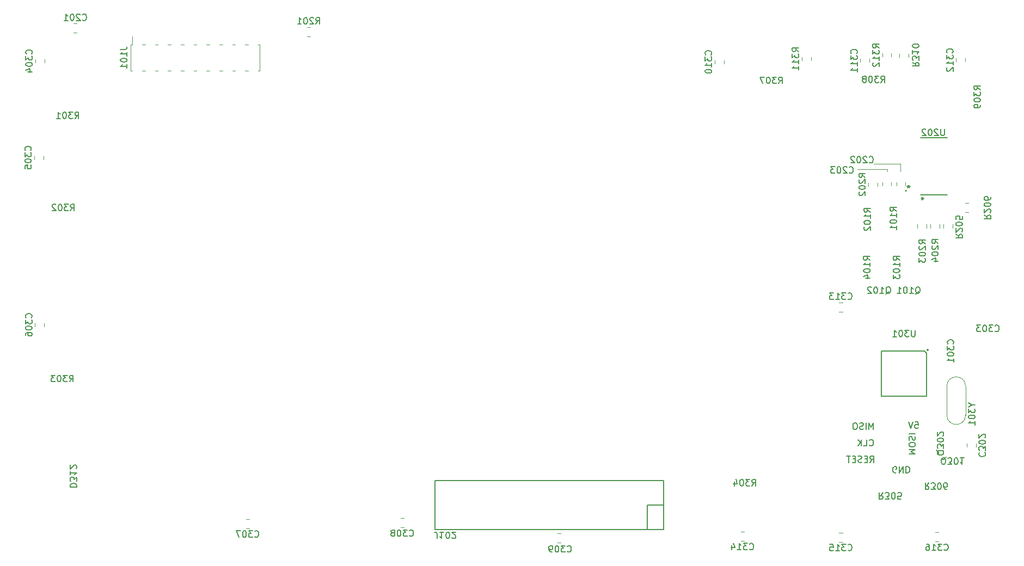
<source format=gbo>
G04 #@! TF.GenerationSoftware,KiCad,Pcbnew,(5.1.5)-3*
G04 #@! TF.CreationDate,2020-04-11T01:13:50-04:00*
G04 #@! TF.ProjectId,CPU,4350552e-6b69-4636-9164-5f7063625858,rev?*
G04 #@! TF.SameCoordinates,Original*
G04 #@! TF.FileFunction,Legend,Bot*
G04 #@! TF.FilePolarity,Positive*
%FSLAX46Y46*%
G04 Gerber Fmt 4.6, Leading zero omitted, Abs format (unit mm)*
G04 Created by KiCad (PCBNEW (5.1.5)-3) date 2020-04-11 01:13:50*
%MOMM*%
%LPD*%
G04 APERTURE LIST*
%ADD10C,0.150000*%
%ADD11C,0.120000*%
%ADD12C,0.152400*%
%ADD13C,0.203200*%
G04 APERTURE END LIST*
D10*
X170788095Y-117100000D02*
X170692857Y-117147619D01*
X170550000Y-117147619D01*
X170407142Y-117100000D01*
X170311904Y-117004761D01*
X170264285Y-116909523D01*
X170216666Y-116719047D01*
X170216666Y-116576190D01*
X170264285Y-116385714D01*
X170311904Y-116290476D01*
X170407142Y-116195238D01*
X170550000Y-116147619D01*
X170645238Y-116147619D01*
X170788095Y-116195238D01*
X170835714Y-116242857D01*
X170835714Y-116576190D01*
X170645238Y-116576190D01*
X171264285Y-116147619D02*
X171264285Y-117147619D01*
X171835714Y-116147619D01*
X171835714Y-117147619D01*
X172311904Y-116147619D02*
X172311904Y-117147619D01*
X172550000Y-117147619D01*
X172692857Y-117100000D01*
X172788095Y-117004761D01*
X172835714Y-116909523D01*
X172883333Y-116719047D01*
X172883333Y-116576190D01*
X172835714Y-116385714D01*
X172788095Y-116290476D01*
X172692857Y-116195238D01*
X172550000Y-116147619D01*
X172311904Y-116147619D01*
X172747619Y-114171428D02*
X173747619Y-114171428D01*
X173033333Y-113838095D01*
X173747619Y-113504761D01*
X172747619Y-113504761D01*
X173747619Y-112838095D02*
X173747619Y-112647619D01*
X173700000Y-112552380D01*
X173604761Y-112457142D01*
X173414285Y-112409523D01*
X173080952Y-112409523D01*
X172890476Y-112457142D01*
X172795238Y-112552380D01*
X172747619Y-112647619D01*
X172747619Y-112838095D01*
X172795238Y-112933333D01*
X172890476Y-113028571D01*
X173080952Y-113076190D01*
X173414285Y-113076190D01*
X173604761Y-113028571D01*
X173700000Y-112933333D01*
X173747619Y-112838095D01*
X172795238Y-112028571D02*
X172747619Y-111885714D01*
X172747619Y-111647619D01*
X172795238Y-111552380D01*
X172842857Y-111504761D01*
X172938095Y-111457142D01*
X173033333Y-111457142D01*
X173128571Y-111504761D01*
X173176190Y-111552380D01*
X173223809Y-111647619D01*
X173271428Y-111838095D01*
X173319047Y-111933333D01*
X173366666Y-111980952D01*
X173461904Y-112028571D01*
X173557142Y-112028571D01*
X173652380Y-111980952D01*
X173700000Y-111933333D01*
X173747619Y-111838095D01*
X173747619Y-111600000D01*
X173700000Y-111457142D01*
X172747619Y-111028571D02*
X173747619Y-111028571D01*
X166702380Y-115502380D02*
X167035714Y-115026190D01*
X167273809Y-115502380D02*
X167273809Y-114502380D01*
X166892857Y-114502380D01*
X166797619Y-114550000D01*
X166750000Y-114597619D01*
X166702380Y-114692857D01*
X166702380Y-114835714D01*
X166750000Y-114930952D01*
X166797619Y-114978571D01*
X166892857Y-115026190D01*
X167273809Y-115026190D01*
X166273809Y-114978571D02*
X165940476Y-114978571D01*
X165797619Y-115502380D02*
X166273809Y-115502380D01*
X166273809Y-114502380D01*
X165797619Y-114502380D01*
X165416666Y-115454761D02*
X165273809Y-115502380D01*
X165035714Y-115502380D01*
X164940476Y-115454761D01*
X164892857Y-115407142D01*
X164845238Y-115311904D01*
X164845238Y-115216666D01*
X164892857Y-115121428D01*
X164940476Y-115073809D01*
X165035714Y-115026190D01*
X165226190Y-114978571D01*
X165321428Y-114930952D01*
X165369047Y-114883333D01*
X165416666Y-114788095D01*
X165416666Y-114692857D01*
X165369047Y-114597619D01*
X165321428Y-114550000D01*
X165226190Y-114502380D01*
X164988095Y-114502380D01*
X164845238Y-114550000D01*
X164416666Y-114978571D02*
X164083333Y-114978571D01*
X163940476Y-115502380D02*
X164416666Y-115502380D01*
X164416666Y-114502380D01*
X163940476Y-114502380D01*
X163654761Y-114502380D02*
X163083333Y-114502380D01*
X163369047Y-115502380D02*
X163369047Y-114502380D01*
X166595238Y-112857142D02*
X166642857Y-112904761D01*
X166785714Y-112952380D01*
X166880952Y-112952380D01*
X167023809Y-112904761D01*
X167119047Y-112809523D01*
X167166666Y-112714285D01*
X167214285Y-112523809D01*
X167214285Y-112380952D01*
X167166666Y-112190476D01*
X167119047Y-112095238D01*
X167023809Y-112000000D01*
X166880952Y-111952380D01*
X166785714Y-111952380D01*
X166642857Y-112000000D01*
X166595238Y-112047619D01*
X165690476Y-112952380D02*
X166166666Y-112952380D01*
X166166666Y-111952380D01*
X165357142Y-112952380D02*
X165357142Y-111952380D01*
X164785714Y-112952380D02*
X165214285Y-112380952D01*
X164785714Y-111952380D02*
X165357142Y-112523809D01*
X173690476Y-109202380D02*
X174166666Y-109202380D01*
X174214285Y-109678571D01*
X174166666Y-109630952D01*
X174071428Y-109583333D01*
X173833333Y-109583333D01*
X173738095Y-109630952D01*
X173690476Y-109678571D01*
X173642857Y-109773809D01*
X173642857Y-110011904D01*
X173690476Y-110107142D01*
X173738095Y-110154761D01*
X173833333Y-110202380D01*
X174071428Y-110202380D01*
X174166666Y-110154761D01*
X174214285Y-110107142D01*
X173357142Y-109202380D02*
X173023809Y-110202380D01*
X172690476Y-109202380D01*
X167221428Y-110352380D02*
X167221428Y-109352380D01*
X166888095Y-110066666D01*
X166554761Y-109352380D01*
X166554761Y-110352380D01*
X166078571Y-110352380D02*
X166078571Y-109352380D01*
X165650000Y-110304761D02*
X165507142Y-110352380D01*
X165269047Y-110352380D01*
X165173809Y-110304761D01*
X165126190Y-110257142D01*
X165078571Y-110161904D01*
X165078571Y-110066666D01*
X165126190Y-109971428D01*
X165173809Y-109923809D01*
X165269047Y-109876190D01*
X165459523Y-109828571D01*
X165554761Y-109780952D01*
X165602380Y-109733333D01*
X165650000Y-109638095D01*
X165650000Y-109542857D01*
X165602380Y-109447619D01*
X165554761Y-109400000D01*
X165459523Y-109352380D01*
X165221428Y-109352380D01*
X165078571Y-109400000D01*
X164459523Y-109352380D02*
X164269047Y-109352380D01*
X164173809Y-109400000D01*
X164078571Y-109495238D01*
X164030952Y-109685714D01*
X164030952Y-110019047D01*
X164078571Y-110209523D01*
X164173809Y-110304761D01*
X164269047Y-110352380D01*
X164459523Y-110352380D01*
X164554761Y-110304761D01*
X164650000Y-110209523D01*
X164697619Y-110019047D01*
X164697619Y-109685714D01*
X164650000Y-109495238D01*
X164554761Y-109400000D01*
X164459523Y-109352380D01*
D11*
X171450000Y-69050000D02*
X171450000Y-70200000D01*
X167250000Y-69050000D02*
X171450000Y-69050000D01*
X169400000Y-69900000D02*
X169400000Y-70250000D01*
X164700000Y-69900000D02*
X169400000Y-69900000D01*
D12*
X172337200Y-73260000D02*
G75*
G03X172337200Y-73260000I-76200J0D01*
G01*
X178677000Y-73902000D02*
X174523000Y-73902000D01*
X174523000Y-64998000D02*
X178677000Y-64998000D01*
D11*
X182011252Y-76610000D02*
X181488748Y-76610000D01*
X182011252Y-75190000D02*
X181488748Y-75190000D01*
X179510000Y-78488748D02*
X179510000Y-79011252D01*
X178090000Y-78488748D02*
X178090000Y-79011252D01*
X177510000Y-78488748D02*
X177510000Y-79011252D01*
X176090000Y-78488748D02*
X176090000Y-79011252D01*
X175510000Y-78488748D02*
X175510000Y-79011252D01*
X174090000Y-78488748D02*
X174090000Y-79011252D01*
X167860000Y-71988748D02*
X167860000Y-72511252D01*
X166440000Y-71988748D02*
X166440000Y-72511252D01*
X170010000Y-71938748D02*
X170010000Y-72461252D01*
X168590000Y-71938748D02*
X168590000Y-72461252D01*
X170790000Y-72461252D02*
X170790000Y-71938748D01*
X172210000Y-72461252D02*
X172210000Y-71938748D01*
X181740000Y-113111252D02*
X181740000Y-112588748D01*
X183160000Y-113111252D02*
X183160000Y-112588748D01*
D13*
X175810000Y-98027000D02*
G75*
G03X175810000Y-98027000I-152400J0D01*
G01*
X175150000Y-98205000D02*
X175505000Y-98560000D01*
X175150000Y-98205000D02*
X168495000Y-98205000D01*
X175505000Y-105215000D02*
X175505000Y-98560000D01*
X168495000Y-105215000D02*
X175505000Y-105215000D01*
X168495000Y-98205000D02*
X168495000Y-105215000D01*
D11*
X51680000Y-50487520D02*
X51680000Y-54607520D01*
X71800000Y-50487520D02*
X71800000Y-54607520D01*
X51980000Y-49232520D02*
X51980000Y-50487520D01*
X51680000Y-50487520D02*
X51980000Y-50487520D01*
X51680000Y-54607520D02*
X51980000Y-54607520D01*
X71500000Y-50487520D02*
X71800000Y-50487520D01*
X71500000Y-54607520D02*
X71800000Y-54607520D01*
X53500000Y-50487520D02*
X53980000Y-50487520D01*
X53500000Y-54607520D02*
X53980000Y-54607520D01*
X55500000Y-50487520D02*
X55980000Y-50487520D01*
X55500000Y-54607520D02*
X55980000Y-54607520D01*
X57500000Y-50487520D02*
X57980000Y-50487520D01*
X57500000Y-54607520D02*
X57980000Y-54607520D01*
X59500000Y-50487520D02*
X59980000Y-50487520D01*
X59500000Y-54607520D02*
X59980000Y-54607520D01*
X61500000Y-50487520D02*
X61980000Y-50487520D01*
X61500000Y-54607520D02*
X61980000Y-54607520D01*
X63500000Y-50487520D02*
X63980000Y-50487520D01*
X63500000Y-54607520D02*
X63980000Y-54607520D01*
X65500000Y-50487520D02*
X65980000Y-50487520D01*
X65500000Y-54607520D02*
X65980000Y-54607520D01*
X67500000Y-50487520D02*
X67980000Y-50487520D01*
X67500000Y-54607520D02*
X67980000Y-54607520D01*
X69500000Y-50487520D02*
X69980000Y-50487520D01*
X69500000Y-54607520D02*
X69980000Y-54607520D01*
X181550000Y-108150000D02*
X181550000Y-103650000D01*
X178650000Y-108150000D02*
X178650000Y-103650000D01*
X178650000Y-108150000D02*
G75*
G03X181550000Y-108150000I1450000J0D01*
G01*
X178650000Y-103650000D02*
G75*
G02X181550000Y-103650000I1450000J0D01*
G01*
X36890000Y-52813748D02*
X36890000Y-53336252D01*
X38310000Y-52813748D02*
X38310000Y-53336252D01*
X38160000Y-67838748D02*
X38160000Y-68361252D01*
X36740000Y-67838748D02*
X36740000Y-68361252D01*
X36840000Y-93838748D02*
X36840000Y-94361252D01*
X38260000Y-93838748D02*
X38260000Y-94361252D01*
X69638748Y-124340000D02*
X70161252Y-124340000D01*
X69638748Y-125760000D02*
X70161252Y-125760000D01*
X93688748Y-125610000D02*
X94211252Y-125610000D01*
X93688748Y-124190000D02*
X94211252Y-124190000D01*
X118611252Y-127960000D02*
X118088748Y-127960000D01*
X118611252Y-126540000D02*
X118088748Y-126540000D01*
X142540000Y-52938748D02*
X142540000Y-53461252D01*
X143960000Y-52938748D02*
X143960000Y-53461252D01*
X166610000Y-52738748D02*
X166610000Y-53261252D01*
X165190000Y-52738748D02*
X165190000Y-53261252D01*
X180090000Y-52638748D02*
X180090000Y-53161252D01*
X181510000Y-52638748D02*
X181510000Y-53161252D01*
X162411252Y-92060000D02*
X161888748Y-92060000D01*
X162411252Y-90640000D02*
X161888748Y-90640000D01*
X146588748Y-127710000D02*
X147111252Y-127710000D01*
X146588748Y-126290000D02*
X147111252Y-126290000D01*
X176838748Y-127810000D02*
X177361252Y-127810000D01*
X176838748Y-126390000D02*
X177361252Y-126390000D01*
X161888748Y-126440000D02*
X162411252Y-126440000D01*
X161888748Y-127860000D02*
X162411252Y-127860000D01*
X43361252Y-47240000D02*
X42838748Y-47240000D01*
X43361252Y-48660000D02*
X42838748Y-48660000D01*
D13*
X134610000Y-125920000D02*
X134610000Y-122110000D01*
X134610000Y-122110000D02*
X134610000Y-118300000D01*
X134610000Y-118300000D02*
X99050000Y-118300000D01*
X99050000Y-125920000D02*
X132070000Y-125920000D01*
X132070000Y-125920000D02*
X134610000Y-125920000D01*
X99050000Y-118300000D02*
X99050000Y-125920000D01*
X134610000Y-122110000D02*
X132070000Y-122110000D01*
X132070000Y-122110000D02*
X132070000Y-125920000D01*
D11*
X79661252Y-49210000D02*
X79138748Y-49210000D01*
X79661252Y-47790000D02*
X79138748Y-47790000D01*
X171290000Y-51938748D02*
X171290000Y-52461252D01*
X172710000Y-51938748D02*
X172710000Y-52461252D01*
X157510000Y-52448748D02*
X157510000Y-52971252D01*
X156090000Y-52448748D02*
X156090000Y-52971252D01*
X168590000Y-51888748D02*
X168590000Y-52411252D01*
X170010000Y-51888748D02*
X170010000Y-52411252D01*
D10*
X178264285Y-63652380D02*
X178264285Y-64461904D01*
X178216666Y-64557142D01*
X178169047Y-64604761D01*
X178073809Y-64652380D01*
X177883333Y-64652380D01*
X177788095Y-64604761D01*
X177740476Y-64557142D01*
X177692857Y-64461904D01*
X177692857Y-63652380D01*
X177264285Y-63747619D02*
X177216666Y-63700000D01*
X177121428Y-63652380D01*
X176883333Y-63652380D01*
X176788095Y-63700000D01*
X176740476Y-63747619D01*
X176692857Y-63842857D01*
X176692857Y-63938095D01*
X176740476Y-64080952D01*
X177311904Y-64652380D01*
X176692857Y-64652380D01*
X176073809Y-63652380D02*
X175978571Y-63652380D01*
X175883333Y-63700000D01*
X175835714Y-63747619D01*
X175788095Y-63842857D01*
X175740476Y-64033333D01*
X175740476Y-64271428D01*
X175788095Y-64461904D01*
X175835714Y-64557142D01*
X175883333Y-64604761D01*
X175978571Y-64652380D01*
X176073809Y-64652380D01*
X176169047Y-64604761D01*
X176216666Y-64557142D01*
X176264285Y-64461904D01*
X176311904Y-64271428D01*
X176311904Y-64033333D01*
X176264285Y-63842857D01*
X176216666Y-63747619D01*
X176169047Y-63700000D01*
X176073809Y-63652380D01*
X175359523Y-63747619D02*
X175311904Y-63700000D01*
X175216666Y-63652380D01*
X174978571Y-63652380D01*
X174883333Y-63700000D01*
X174835714Y-63747619D01*
X174788095Y-63842857D01*
X174788095Y-63938095D01*
X174835714Y-64080952D01*
X175407142Y-64652380D01*
X174788095Y-64652380D01*
X174850000Y-74252380D02*
X174850000Y-74490476D01*
X175088095Y-74395238D02*
X174850000Y-74490476D01*
X174611904Y-74395238D01*
X174992857Y-74680952D02*
X174850000Y-74490476D01*
X174707142Y-74680952D01*
X172700000Y-72352380D02*
X172700000Y-72590476D01*
X172938095Y-72495238D02*
X172700000Y-72590476D01*
X172461904Y-72495238D01*
X172842857Y-72780952D02*
X172700000Y-72590476D01*
X172557142Y-72780952D01*
X184447619Y-77019047D02*
X184923809Y-77352380D01*
X184447619Y-77590476D02*
X185447619Y-77590476D01*
X185447619Y-77209523D01*
X185400000Y-77114285D01*
X185352380Y-77066666D01*
X185257142Y-77019047D01*
X185114285Y-77019047D01*
X185019047Y-77066666D01*
X184971428Y-77114285D01*
X184923809Y-77209523D01*
X184923809Y-77590476D01*
X185352380Y-76638095D02*
X185400000Y-76590476D01*
X185447619Y-76495238D01*
X185447619Y-76257142D01*
X185400000Y-76161904D01*
X185352380Y-76114285D01*
X185257142Y-76066666D01*
X185161904Y-76066666D01*
X185019047Y-76114285D01*
X184447619Y-76685714D01*
X184447619Y-76066666D01*
X185447619Y-75447619D02*
X185447619Y-75352380D01*
X185400000Y-75257142D01*
X185352380Y-75209523D01*
X185257142Y-75161904D01*
X185066666Y-75114285D01*
X184828571Y-75114285D01*
X184638095Y-75161904D01*
X184542857Y-75209523D01*
X184495238Y-75257142D01*
X184447619Y-75352380D01*
X184447619Y-75447619D01*
X184495238Y-75542857D01*
X184542857Y-75590476D01*
X184638095Y-75638095D01*
X184828571Y-75685714D01*
X185066666Y-75685714D01*
X185257142Y-75638095D01*
X185352380Y-75590476D01*
X185400000Y-75542857D01*
X185447619Y-75447619D01*
X185447619Y-74257142D02*
X185447619Y-74447619D01*
X185400000Y-74542857D01*
X185352380Y-74590476D01*
X185209523Y-74685714D01*
X185019047Y-74733333D01*
X184638095Y-74733333D01*
X184542857Y-74685714D01*
X184495238Y-74638095D01*
X184447619Y-74542857D01*
X184447619Y-74352380D01*
X184495238Y-74257142D01*
X184542857Y-74209523D01*
X184638095Y-74161904D01*
X184876190Y-74161904D01*
X184971428Y-74209523D01*
X185019047Y-74257142D01*
X185066666Y-74352380D01*
X185066666Y-74542857D01*
X185019047Y-74638095D01*
X184971428Y-74685714D01*
X184876190Y-74733333D01*
X180047619Y-80019047D02*
X180523809Y-80352380D01*
X180047619Y-80590476D02*
X181047619Y-80590476D01*
X181047619Y-80209523D01*
X181000000Y-80114285D01*
X180952380Y-80066666D01*
X180857142Y-80019047D01*
X180714285Y-80019047D01*
X180619047Y-80066666D01*
X180571428Y-80114285D01*
X180523809Y-80209523D01*
X180523809Y-80590476D01*
X180952380Y-79638095D02*
X181000000Y-79590476D01*
X181047619Y-79495238D01*
X181047619Y-79257142D01*
X181000000Y-79161904D01*
X180952380Y-79114285D01*
X180857142Y-79066666D01*
X180761904Y-79066666D01*
X180619047Y-79114285D01*
X180047619Y-79685714D01*
X180047619Y-79066666D01*
X181047619Y-78447619D02*
X181047619Y-78352380D01*
X181000000Y-78257142D01*
X180952380Y-78209523D01*
X180857142Y-78161904D01*
X180666666Y-78114285D01*
X180428571Y-78114285D01*
X180238095Y-78161904D01*
X180142857Y-78209523D01*
X180095238Y-78257142D01*
X180047619Y-78352380D01*
X180047619Y-78447619D01*
X180095238Y-78542857D01*
X180142857Y-78590476D01*
X180238095Y-78638095D01*
X180428571Y-78685714D01*
X180666666Y-78685714D01*
X180857142Y-78638095D01*
X180952380Y-78590476D01*
X181000000Y-78542857D01*
X181047619Y-78447619D01*
X181047619Y-77209523D02*
X181047619Y-77685714D01*
X180571428Y-77733333D01*
X180619047Y-77685714D01*
X180666666Y-77590476D01*
X180666666Y-77352380D01*
X180619047Y-77257142D01*
X180571428Y-77209523D01*
X180476190Y-77161904D01*
X180238095Y-77161904D01*
X180142857Y-77209523D01*
X180095238Y-77257142D01*
X180047619Y-77352380D01*
X180047619Y-77590476D01*
X180095238Y-77685714D01*
X180142857Y-77733333D01*
X177302380Y-81430952D02*
X176826190Y-81097619D01*
X177302380Y-80859523D02*
X176302380Y-80859523D01*
X176302380Y-81240476D01*
X176350000Y-81335714D01*
X176397619Y-81383333D01*
X176492857Y-81430952D01*
X176635714Y-81430952D01*
X176730952Y-81383333D01*
X176778571Y-81335714D01*
X176826190Y-81240476D01*
X176826190Y-80859523D01*
X176397619Y-81811904D02*
X176350000Y-81859523D01*
X176302380Y-81954761D01*
X176302380Y-82192857D01*
X176350000Y-82288095D01*
X176397619Y-82335714D01*
X176492857Y-82383333D01*
X176588095Y-82383333D01*
X176730952Y-82335714D01*
X177302380Y-81764285D01*
X177302380Y-82383333D01*
X176302380Y-83002380D02*
X176302380Y-83097619D01*
X176350000Y-83192857D01*
X176397619Y-83240476D01*
X176492857Y-83288095D01*
X176683333Y-83335714D01*
X176921428Y-83335714D01*
X177111904Y-83288095D01*
X177207142Y-83240476D01*
X177254761Y-83192857D01*
X177302380Y-83097619D01*
X177302380Y-83002380D01*
X177254761Y-82907142D01*
X177207142Y-82859523D01*
X177111904Y-82811904D01*
X176921428Y-82764285D01*
X176683333Y-82764285D01*
X176492857Y-82811904D01*
X176397619Y-82859523D01*
X176350000Y-82907142D01*
X176302380Y-83002380D01*
X176635714Y-84192857D02*
X177302380Y-84192857D01*
X176254761Y-83954761D02*
X176969047Y-83716666D01*
X176969047Y-84335714D01*
X175302380Y-81480952D02*
X174826190Y-81147619D01*
X175302380Y-80909523D02*
X174302380Y-80909523D01*
X174302380Y-81290476D01*
X174350000Y-81385714D01*
X174397619Y-81433333D01*
X174492857Y-81480952D01*
X174635714Y-81480952D01*
X174730952Y-81433333D01*
X174778571Y-81385714D01*
X174826190Y-81290476D01*
X174826190Y-80909523D01*
X174397619Y-81861904D02*
X174350000Y-81909523D01*
X174302380Y-82004761D01*
X174302380Y-82242857D01*
X174350000Y-82338095D01*
X174397619Y-82385714D01*
X174492857Y-82433333D01*
X174588095Y-82433333D01*
X174730952Y-82385714D01*
X175302380Y-81814285D01*
X175302380Y-82433333D01*
X174302380Y-83052380D02*
X174302380Y-83147619D01*
X174350000Y-83242857D01*
X174397619Y-83290476D01*
X174492857Y-83338095D01*
X174683333Y-83385714D01*
X174921428Y-83385714D01*
X175111904Y-83338095D01*
X175207142Y-83290476D01*
X175254761Y-83242857D01*
X175302380Y-83147619D01*
X175302380Y-83052380D01*
X175254761Y-82957142D01*
X175207142Y-82909523D01*
X175111904Y-82861904D01*
X174921428Y-82814285D01*
X174683333Y-82814285D01*
X174492857Y-82861904D01*
X174397619Y-82909523D01*
X174350000Y-82957142D01*
X174302380Y-83052380D01*
X174302380Y-83719047D02*
X174302380Y-84338095D01*
X174683333Y-84004761D01*
X174683333Y-84147619D01*
X174730952Y-84242857D01*
X174778571Y-84290476D01*
X174873809Y-84338095D01*
X175111904Y-84338095D01*
X175207142Y-84290476D01*
X175254761Y-84242857D01*
X175302380Y-84147619D01*
X175302380Y-83861904D01*
X175254761Y-83766666D01*
X175207142Y-83719047D01*
X165952380Y-71130952D02*
X165476190Y-70797619D01*
X165952380Y-70559523D02*
X164952380Y-70559523D01*
X164952380Y-70940476D01*
X165000000Y-71035714D01*
X165047619Y-71083333D01*
X165142857Y-71130952D01*
X165285714Y-71130952D01*
X165380952Y-71083333D01*
X165428571Y-71035714D01*
X165476190Y-70940476D01*
X165476190Y-70559523D01*
X165047619Y-71511904D02*
X165000000Y-71559523D01*
X164952380Y-71654761D01*
X164952380Y-71892857D01*
X165000000Y-71988095D01*
X165047619Y-72035714D01*
X165142857Y-72083333D01*
X165238095Y-72083333D01*
X165380952Y-72035714D01*
X165952380Y-71464285D01*
X165952380Y-72083333D01*
X164952380Y-72702380D02*
X164952380Y-72797619D01*
X165000000Y-72892857D01*
X165047619Y-72940476D01*
X165142857Y-72988095D01*
X165333333Y-73035714D01*
X165571428Y-73035714D01*
X165761904Y-72988095D01*
X165857142Y-72940476D01*
X165904761Y-72892857D01*
X165952380Y-72797619D01*
X165952380Y-72702380D01*
X165904761Y-72607142D01*
X165857142Y-72559523D01*
X165761904Y-72511904D01*
X165571428Y-72464285D01*
X165333333Y-72464285D01*
X165142857Y-72511904D01*
X165047619Y-72559523D01*
X165000000Y-72607142D01*
X164952380Y-72702380D01*
X165047619Y-73416666D02*
X165000000Y-73464285D01*
X164952380Y-73559523D01*
X164952380Y-73797619D01*
X165000000Y-73892857D01*
X165047619Y-73940476D01*
X165142857Y-73988095D01*
X165238095Y-73988095D01*
X165380952Y-73940476D01*
X165952380Y-73369047D01*
X165952380Y-73988095D01*
X163469047Y-70407142D02*
X163516666Y-70454761D01*
X163659523Y-70502380D01*
X163754761Y-70502380D01*
X163897619Y-70454761D01*
X163992857Y-70359523D01*
X164040476Y-70264285D01*
X164088095Y-70073809D01*
X164088095Y-69930952D01*
X164040476Y-69740476D01*
X163992857Y-69645238D01*
X163897619Y-69550000D01*
X163754761Y-69502380D01*
X163659523Y-69502380D01*
X163516666Y-69550000D01*
X163469047Y-69597619D01*
X163088095Y-69597619D02*
X163040476Y-69550000D01*
X162945238Y-69502380D01*
X162707142Y-69502380D01*
X162611904Y-69550000D01*
X162564285Y-69597619D01*
X162516666Y-69692857D01*
X162516666Y-69788095D01*
X162564285Y-69930952D01*
X163135714Y-70502380D01*
X162516666Y-70502380D01*
X161897619Y-69502380D02*
X161802380Y-69502380D01*
X161707142Y-69550000D01*
X161659523Y-69597619D01*
X161611904Y-69692857D01*
X161564285Y-69883333D01*
X161564285Y-70121428D01*
X161611904Y-70311904D01*
X161659523Y-70407142D01*
X161707142Y-70454761D01*
X161802380Y-70502380D01*
X161897619Y-70502380D01*
X161992857Y-70454761D01*
X162040476Y-70407142D01*
X162088095Y-70311904D01*
X162135714Y-70121428D01*
X162135714Y-69883333D01*
X162088095Y-69692857D01*
X162040476Y-69597619D01*
X161992857Y-69550000D01*
X161897619Y-69502380D01*
X161230952Y-69502380D02*
X160611904Y-69502380D01*
X160945238Y-69883333D01*
X160802380Y-69883333D01*
X160707142Y-69930952D01*
X160659523Y-69978571D01*
X160611904Y-70073809D01*
X160611904Y-70311904D01*
X160659523Y-70407142D01*
X160707142Y-70454761D01*
X160802380Y-70502380D01*
X161088095Y-70502380D01*
X161183333Y-70454761D01*
X161230952Y-70407142D01*
X166569047Y-68807142D02*
X166616666Y-68854761D01*
X166759523Y-68902380D01*
X166854761Y-68902380D01*
X166997619Y-68854761D01*
X167092857Y-68759523D01*
X167140476Y-68664285D01*
X167188095Y-68473809D01*
X167188095Y-68330952D01*
X167140476Y-68140476D01*
X167092857Y-68045238D01*
X166997619Y-67950000D01*
X166854761Y-67902380D01*
X166759523Y-67902380D01*
X166616666Y-67950000D01*
X166569047Y-67997619D01*
X166188095Y-67997619D02*
X166140476Y-67950000D01*
X166045238Y-67902380D01*
X165807142Y-67902380D01*
X165711904Y-67950000D01*
X165664285Y-67997619D01*
X165616666Y-68092857D01*
X165616666Y-68188095D01*
X165664285Y-68330952D01*
X166235714Y-68902380D01*
X165616666Y-68902380D01*
X164997619Y-67902380D02*
X164902380Y-67902380D01*
X164807142Y-67950000D01*
X164759523Y-67997619D01*
X164711904Y-68092857D01*
X164664285Y-68283333D01*
X164664285Y-68521428D01*
X164711904Y-68711904D01*
X164759523Y-68807142D01*
X164807142Y-68854761D01*
X164902380Y-68902380D01*
X164997619Y-68902380D01*
X165092857Y-68854761D01*
X165140476Y-68807142D01*
X165188095Y-68711904D01*
X165235714Y-68521428D01*
X165235714Y-68283333D01*
X165188095Y-68092857D01*
X165140476Y-67997619D01*
X165092857Y-67950000D01*
X164997619Y-67902380D01*
X164283333Y-67997619D02*
X164235714Y-67950000D01*
X164140476Y-67902380D01*
X163902380Y-67902380D01*
X163807142Y-67950000D01*
X163759523Y-67997619D01*
X163711904Y-68092857D01*
X163711904Y-68188095D01*
X163759523Y-68330952D01*
X164330952Y-68902380D01*
X163711904Y-68902380D01*
X183742857Y-113969047D02*
X183695238Y-114016666D01*
X183647619Y-114159523D01*
X183647619Y-114254761D01*
X183695238Y-114397619D01*
X183790476Y-114492857D01*
X183885714Y-114540476D01*
X184076190Y-114588095D01*
X184219047Y-114588095D01*
X184409523Y-114540476D01*
X184504761Y-114492857D01*
X184600000Y-114397619D01*
X184647619Y-114254761D01*
X184647619Y-114159523D01*
X184600000Y-114016666D01*
X184552380Y-113969047D01*
X184647619Y-113635714D02*
X184647619Y-113016666D01*
X184266666Y-113350000D01*
X184266666Y-113207142D01*
X184219047Y-113111904D01*
X184171428Y-113064285D01*
X184076190Y-113016666D01*
X183838095Y-113016666D01*
X183742857Y-113064285D01*
X183695238Y-113111904D01*
X183647619Y-113207142D01*
X183647619Y-113492857D01*
X183695238Y-113588095D01*
X183742857Y-113635714D01*
X184647619Y-112397619D02*
X184647619Y-112302380D01*
X184600000Y-112207142D01*
X184552380Y-112159523D01*
X184457142Y-112111904D01*
X184266666Y-112064285D01*
X184028571Y-112064285D01*
X183838095Y-112111904D01*
X183742857Y-112159523D01*
X183695238Y-112207142D01*
X183647619Y-112302380D01*
X183647619Y-112397619D01*
X183695238Y-112492857D01*
X183742857Y-112540476D01*
X183838095Y-112588095D01*
X184028571Y-112635714D01*
X184266666Y-112635714D01*
X184457142Y-112588095D01*
X184552380Y-112540476D01*
X184600000Y-112492857D01*
X184647619Y-112397619D01*
X184552380Y-111683333D02*
X184600000Y-111635714D01*
X184647619Y-111540476D01*
X184647619Y-111302380D01*
X184600000Y-111207142D01*
X184552380Y-111159523D01*
X184457142Y-111111904D01*
X184361904Y-111111904D01*
X184219047Y-111159523D01*
X183647619Y-111730952D01*
X183647619Y-111111904D01*
X179607142Y-97054880D02*
X179654761Y-97007261D01*
X179702380Y-96864404D01*
X179702380Y-96769166D01*
X179654761Y-96626309D01*
X179559523Y-96531071D01*
X179464285Y-96483452D01*
X179273809Y-96435833D01*
X179130952Y-96435833D01*
X178940476Y-96483452D01*
X178845238Y-96531071D01*
X178750000Y-96626309D01*
X178702380Y-96769166D01*
X178702380Y-96864404D01*
X178750000Y-97007261D01*
X178797619Y-97054880D01*
X178702380Y-97388214D02*
X178702380Y-98007261D01*
X179083333Y-97673928D01*
X179083333Y-97816785D01*
X179130952Y-97912023D01*
X179178571Y-97959642D01*
X179273809Y-98007261D01*
X179511904Y-98007261D01*
X179607142Y-97959642D01*
X179654761Y-97912023D01*
X179702380Y-97816785D01*
X179702380Y-97531071D01*
X179654761Y-97435833D01*
X179607142Y-97388214D01*
X178702380Y-98626309D02*
X178702380Y-98721547D01*
X178750000Y-98816785D01*
X178797619Y-98864404D01*
X178892857Y-98912023D01*
X179083333Y-98959642D01*
X179321428Y-98959642D01*
X179511904Y-98912023D01*
X179607142Y-98864404D01*
X179654761Y-98816785D01*
X179702380Y-98721547D01*
X179702380Y-98626309D01*
X179654761Y-98531071D01*
X179607142Y-98483452D01*
X179511904Y-98435833D01*
X179321428Y-98388214D01*
X179083333Y-98388214D01*
X178892857Y-98435833D01*
X178797619Y-98483452D01*
X178750000Y-98531071D01*
X178702380Y-98626309D01*
X179702380Y-99912023D02*
X179702380Y-99340595D01*
X179702380Y-99626309D02*
X178702380Y-99626309D01*
X178845238Y-99531071D01*
X178940476Y-99435833D01*
X178988095Y-99340595D01*
X186145119Y-95057142D02*
X186192738Y-95104761D01*
X186335595Y-95152380D01*
X186430833Y-95152380D01*
X186573690Y-95104761D01*
X186668928Y-95009523D01*
X186716547Y-94914285D01*
X186764166Y-94723809D01*
X186764166Y-94580952D01*
X186716547Y-94390476D01*
X186668928Y-94295238D01*
X186573690Y-94200000D01*
X186430833Y-94152380D01*
X186335595Y-94152380D01*
X186192738Y-94200000D01*
X186145119Y-94247619D01*
X185811785Y-94152380D02*
X185192738Y-94152380D01*
X185526071Y-94533333D01*
X185383214Y-94533333D01*
X185287976Y-94580952D01*
X185240357Y-94628571D01*
X185192738Y-94723809D01*
X185192738Y-94961904D01*
X185240357Y-95057142D01*
X185287976Y-95104761D01*
X185383214Y-95152380D01*
X185668928Y-95152380D01*
X185764166Y-95104761D01*
X185811785Y-95057142D01*
X184573690Y-94152380D02*
X184478452Y-94152380D01*
X184383214Y-94200000D01*
X184335595Y-94247619D01*
X184287976Y-94342857D01*
X184240357Y-94533333D01*
X184240357Y-94771428D01*
X184287976Y-94961904D01*
X184335595Y-95057142D01*
X184383214Y-95104761D01*
X184478452Y-95152380D01*
X184573690Y-95152380D01*
X184668928Y-95104761D01*
X184716547Y-95057142D01*
X184764166Y-94961904D01*
X184811785Y-94771428D01*
X184811785Y-94533333D01*
X184764166Y-94342857D01*
X184716547Y-94247619D01*
X184668928Y-94200000D01*
X184573690Y-94152380D01*
X183907023Y-94152380D02*
X183287976Y-94152380D01*
X183621309Y-94533333D01*
X183478452Y-94533333D01*
X183383214Y-94580952D01*
X183335595Y-94628571D01*
X183287976Y-94723809D01*
X183287976Y-94961904D01*
X183335595Y-95057142D01*
X183383214Y-95104761D01*
X183478452Y-95152380D01*
X183764166Y-95152380D01*
X183859404Y-95104761D01*
X183907023Y-95057142D01*
X42297619Y-119340476D02*
X43297619Y-119340476D01*
X43297619Y-119102380D01*
X43250000Y-118959523D01*
X43154761Y-118864285D01*
X43059523Y-118816666D01*
X42869047Y-118769047D01*
X42726190Y-118769047D01*
X42535714Y-118816666D01*
X42440476Y-118864285D01*
X42345238Y-118959523D01*
X42297619Y-119102380D01*
X42297619Y-119340476D01*
X43297619Y-118435714D02*
X43297619Y-117816666D01*
X42916666Y-118150000D01*
X42916666Y-118007142D01*
X42869047Y-117911904D01*
X42821428Y-117864285D01*
X42726190Y-117816666D01*
X42488095Y-117816666D01*
X42392857Y-117864285D01*
X42345238Y-117911904D01*
X42297619Y-118007142D01*
X42297619Y-118292857D01*
X42345238Y-118388095D01*
X42392857Y-118435714D01*
X42297619Y-116864285D02*
X42297619Y-117435714D01*
X42297619Y-117150000D02*
X43297619Y-117150000D01*
X43154761Y-117245238D01*
X43059523Y-117340476D01*
X43011904Y-117435714D01*
X43202380Y-116483333D02*
X43250000Y-116435714D01*
X43297619Y-116340476D01*
X43297619Y-116102380D01*
X43250000Y-116007142D01*
X43202380Y-115959523D01*
X43107142Y-115911904D01*
X43011904Y-115911904D01*
X42869047Y-115959523D01*
X42297619Y-116530952D01*
X42297619Y-115911904D01*
X43045119Y-62002380D02*
X43378452Y-61526190D01*
X43616547Y-62002380D02*
X43616547Y-61002380D01*
X43235595Y-61002380D01*
X43140357Y-61050000D01*
X43092738Y-61097619D01*
X43045119Y-61192857D01*
X43045119Y-61335714D01*
X43092738Y-61430952D01*
X43140357Y-61478571D01*
X43235595Y-61526190D01*
X43616547Y-61526190D01*
X42711785Y-61002380D02*
X42092738Y-61002380D01*
X42426071Y-61383333D01*
X42283214Y-61383333D01*
X42187976Y-61430952D01*
X42140357Y-61478571D01*
X42092738Y-61573809D01*
X42092738Y-61811904D01*
X42140357Y-61907142D01*
X42187976Y-61954761D01*
X42283214Y-62002380D01*
X42568928Y-62002380D01*
X42664166Y-61954761D01*
X42711785Y-61907142D01*
X41473690Y-61002380D02*
X41378452Y-61002380D01*
X41283214Y-61050000D01*
X41235595Y-61097619D01*
X41187976Y-61192857D01*
X41140357Y-61383333D01*
X41140357Y-61621428D01*
X41187976Y-61811904D01*
X41235595Y-61907142D01*
X41283214Y-61954761D01*
X41378452Y-62002380D01*
X41473690Y-62002380D01*
X41568928Y-61954761D01*
X41616547Y-61907142D01*
X41664166Y-61811904D01*
X41711785Y-61621428D01*
X41711785Y-61383333D01*
X41664166Y-61192857D01*
X41616547Y-61097619D01*
X41568928Y-61050000D01*
X41473690Y-61002380D01*
X40187976Y-62002380D02*
X40759404Y-62002380D01*
X40473690Y-62002380D02*
X40473690Y-61002380D01*
X40568928Y-61145238D01*
X40664166Y-61240476D01*
X40759404Y-61288095D01*
X42345119Y-76352380D02*
X42678452Y-75876190D01*
X42916547Y-76352380D02*
X42916547Y-75352380D01*
X42535595Y-75352380D01*
X42440357Y-75400000D01*
X42392738Y-75447619D01*
X42345119Y-75542857D01*
X42345119Y-75685714D01*
X42392738Y-75780952D01*
X42440357Y-75828571D01*
X42535595Y-75876190D01*
X42916547Y-75876190D01*
X42011785Y-75352380D02*
X41392738Y-75352380D01*
X41726071Y-75733333D01*
X41583214Y-75733333D01*
X41487976Y-75780952D01*
X41440357Y-75828571D01*
X41392738Y-75923809D01*
X41392738Y-76161904D01*
X41440357Y-76257142D01*
X41487976Y-76304761D01*
X41583214Y-76352380D01*
X41868928Y-76352380D01*
X41964166Y-76304761D01*
X42011785Y-76257142D01*
X40773690Y-75352380D02*
X40678452Y-75352380D01*
X40583214Y-75400000D01*
X40535595Y-75447619D01*
X40487976Y-75542857D01*
X40440357Y-75733333D01*
X40440357Y-75971428D01*
X40487976Y-76161904D01*
X40535595Y-76257142D01*
X40583214Y-76304761D01*
X40678452Y-76352380D01*
X40773690Y-76352380D01*
X40868928Y-76304761D01*
X40916547Y-76257142D01*
X40964166Y-76161904D01*
X41011785Y-75971428D01*
X41011785Y-75733333D01*
X40964166Y-75542857D01*
X40916547Y-75447619D01*
X40868928Y-75400000D01*
X40773690Y-75352380D01*
X40059404Y-75447619D02*
X40011785Y-75400000D01*
X39916547Y-75352380D01*
X39678452Y-75352380D01*
X39583214Y-75400000D01*
X39535595Y-75447619D01*
X39487976Y-75542857D01*
X39487976Y-75638095D01*
X39535595Y-75780952D01*
X40107023Y-76352380D01*
X39487976Y-76352380D01*
X42195119Y-102952380D02*
X42528452Y-102476190D01*
X42766547Y-102952380D02*
X42766547Y-101952380D01*
X42385595Y-101952380D01*
X42290357Y-102000000D01*
X42242738Y-102047619D01*
X42195119Y-102142857D01*
X42195119Y-102285714D01*
X42242738Y-102380952D01*
X42290357Y-102428571D01*
X42385595Y-102476190D01*
X42766547Y-102476190D01*
X41861785Y-101952380D02*
X41242738Y-101952380D01*
X41576071Y-102333333D01*
X41433214Y-102333333D01*
X41337976Y-102380952D01*
X41290357Y-102428571D01*
X41242738Y-102523809D01*
X41242738Y-102761904D01*
X41290357Y-102857142D01*
X41337976Y-102904761D01*
X41433214Y-102952380D01*
X41718928Y-102952380D01*
X41814166Y-102904761D01*
X41861785Y-102857142D01*
X40623690Y-101952380D02*
X40528452Y-101952380D01*
X40433214Y-102000000D01*
X40385595Y-102047619D01*
X40337976Y-102142857D01*
X40290357Y-102333333D01*
X40290357Y-102571428D01*
X40337976Y-102761904D01*
X40385595Y-102857142D01*
X40433214Y-102904761D01*
X40528452Y-102952380D01*
X40623690Y-102952380D01*
X40718928Y-102904761D01*
X40766547Y-102857142D01*
X40814166Y-102761904D01*
X40861785Y-102571428D01*
X40861785Y-102333333D01*
X40814166Y-102142857D01*
X40766547Y-102047619D01*
X40718928Y-102000000D01*
X40623690Y-101952380D01*
X39957023Y-101952380D02*
X39337976Y-101952380D01*
X39671309Y-102333333D01*
X39528452Y-102333333D01*
X39433214Y-102380952D01*
X39385595Y-102428571D01*
X39337976Y-102523809D01*
X39337976Y-102761904D01*
X39385595Y-102857142D01*
X39433214Y-102904761D01*
X39528452Y-102952380D01*
X39814166Y-102952380D01*
X39909404Y-102904761D01*
X39957023Y-102857142D01*
X148345119Y-119152380D02*
X148678452Y-118676190D01*
X148916547Y-119152380D02*
X148916547Y-118152380D01*
X148535595Y-118152380D01*
X148440357Y-118200000D01*
X148392738Y-118247619D01*
X148345119Y-118342857D01*
X148345119Y-118485714D01*
X148392738Y-118580952D01*
X148440357Y-118628571D01*
X148535595Y-118676190D01*
X148916547Y-118676190D01*
X148011785Y-118152380D02*
X147392738Y-118152380D01*
X147726071Y-118533333D01*
X147583214Y-118533333D01*
X147487976Y-118580952D01*
X147440357Y-118628571D01*
X147392738Y-118723809D01*
X147392738Y-118961904D01*
X147440357Y-119057142D01*
X147487976Y-119104761D01*
X147583214Y-119152380D01*
X147868928Y-119152380D01*
X147964166Y-119104761D01*
X148011785Y-119057142D01*
X146773690Y-118152380D02*
X146678452Y-118152380D01*
X146583214Y-118200000D01*
X146535595Y-118247619D01*
X146487976Y-118342857D01*
X146440357Y-118533333D01*
X146440357Y-118771428D01*
X146487976Y-118961904D01*
X146535595Y-119057142D01*
X146583214Y-119104761D01*
X146678452Y-119152380D01*
X146773690Y-119152380D01*
X146868928Y-119104761D01*
X146916547Y-119057142D01*
X146964166Y-118961904D01*
X147011785Y-118771428D01*
X147011785Y-118533333D01*
X146964166Y-118342857D01*
X146916547Y-118247619D01*
X146868928Y-118200000D01*
X146773690Y-118152380D01*
X145583214Y-118485714D02*
X145583214Y-119152380D01*
X145821309Y-118104761D02*
X146059404Y-118819047D01*
X145440357Y-118819047D01*
X168707023Y-120197619D02*
X168373690Y-120673809D01*
X168135595Y-120197619D02*
X168135595Y-121197619D01*
X168516547Y-121197619D01*
X168611785Y-121150000D01*
X168659404Y-121102380D01*
X168707023Y-121007142D01*
X168707023Y-120864285D01*
X168659404Y-120769047D01*
X168611785Y-120721428D01*
X168516547Y-120673809D01*
X168135595Y-120673809D01*
X169040357Y-121197619D02*
X169659404Y-121197619D01*
X169326071Y-120816666D01*
X169468928Y-120816666D01*
X169564166Y-120769047D01*
X169611785Y-120721428D01*
X169659404Y-120626190D01*
X169659404Y-120388095D01*
X169611785Y-120292857D01*
X169564166Y-120245238D01*
X169468928Y-120197619D01*
X169183214Y-120197619D01*
X169087976Y-120245238D01*
X169040357Y-120292857D01*
X170278452Y-121197619D02*
X170373690Y-121197619D01*
X170468928Y-121150000D01*
X170516547Y-121102380D01*
X170564166Y-121007142D01*
X170611785Y-120816666D01*
X170611785Y-120578571D01*
X170564166Y-120388095D01*
X170516547Y-120292857D01*
X170468928Y-120245238D01*
X170373690Y-120197619D01*
X170278452Y-120197619D01*
X170183214Y-120245238D01*
X170135595Y-120292857D01*
X170087976Y-120388095D01*
X170040357Y-120578571D01*
X170040357Y-120816666D01*
X170087976Y-121007142D01*
X170135595Y-121102380D01*
X170183214Y-121150000D01*
X170278452Y-121197619D01*
X171516547Y-121197619D02*
X171040357Y-121197619D01*
X170992738Y-120721428D01*
X171040357Y-120769047D01*
X171135595Y-120816666D01*
X171373690Y-120816666D01*
X171468928Y-120769047D01*
X171516547Y-120721428D01*
X171564166Y-120626190D01*
X171564166Y-120388095D01*
X171516547Y-120292857D01*
X171468928Y-120245238D01*
X171373690Y-120197619D01*
X171135595Y-120197619D01*
X171040357Y-120245238D01*
X170992738Y-120292857D01*
X175854880Y-118697619D02*
X175521547Y-119173809D01*
X175283452Y-118697619D02*
X175283452Y-119697619D01*
X175664404Y-119697619D01*
X175759642Y-119650000D01*
X175807261Y-119602380D01*
X175854880Y-119507142D01*
X175854880Y-119364285D01*
X175807261Y-119269047D01*
X175759642Y-119221428D01*
X175664404Y-119173809D01*
X175283452Y-119173809D01*
X176188214Y-119697619D02*
X176807261Y-119697619D01*
X176473928Y-119316666D01*
X176616785Y-119316666D01*
X176712023Y-119269047D01*
X176759642Y-119221428D01*
X176807261Y-119126190D01*
X176807261Y-118888095D01*
X176759642Y-118792857D01*
X176712023Y-118745238D01*
X176616785Y-118697619D01*
X176331071Y-118697619D01*
X176235833Y-118745238D01*
X176188214Y-118792857D01*
X177426309Y-119697619D02*
X177521547Y-119697619D01*
X177616785Y-119650000D01*
X177664404Y-119602380D01*
X177712023Y-119507142D01*
X177759642Y-119316666D01*
X177759642Y-119078571D01*
X177712023Y-118888095D01*
X177664404Y-118792857D01*
X177616785Y-118745238D01*
X177521547Y-118697619D01*
X177426309Y-118697619D01*
X177331071Y-118745238D01*
X177283452Y-118792857D01*
X177235833Y-118888095D01*
X177188214Y-119078571D01*
X177188214Y-119316666D01*
X177235833Y-119507142D01*
X177283452Y-119602380D01*
X177331071Y-119650000D01*
X177426309Y-119697619D01*
X178616785Y-119697619D02*
X178426309Y-119697619D01*
X178331071Y-119650000D01*
X178283452Y-119602380D01*
X178188214Y-119459523D01*
X178140595Y-119269047D01*
X178140595Y-118888095D01*
X178188214Y-118792857D01*
X178235833Y-118745238D01*
X178331071Y-118697619D01*
X178521547Y-118697619D01*
X178616785Y-118745238D01*
X178664404Y-118792857D01*
X178712023Y-118888095D01*
X178712023Y-119126190D01*
X178664404Y-119221428D01*
X178616785Y-119269047D01*
X178521547Y-119316666D01*
X178331071Y-119316666D01*
X178235833Y-119269047D01*
X178188214Y-119221428D01*
X178140595Y-119126190D01*
X152489976Y-56559380D02*
X152823309Y-56083190D01*
X153061404Y-56559380D02*
X153061404Y-55559380D01*
X152680452Y-55559380D01*
X152585214Y-55607000D01*
X152537595Y-55654619D01*
X152489976Y-55749857D01*
X152489976Y-55892714D01*
X152537595Y-55987952D01*
X152585214Y-56035571D01*
X152680452Y-56083190D01*
X153061404Y-56083190D01*
X152156642Y-55559380D02*
X151537595Y-55559380D01*
X151870928Y-55940333D01*
X151728071Y-55940333D01*
X151632833Y-55987952D01*
X151585214Y-56035571D01*
X151537595Y-56130809D01*
X151537595Y-56368904D01*
X151585214Y-56464142D01*
X151632833Y-56511761D01*
X151728071Y-56559380D01*
X152013785Y-56559380D01*
X152109023Y-56511761D01*
X152156642Y-56464142D01*
X150918547Y-55559380D02*
X150823309Y-55559380D01*
X150728071Y-55607000D01*
X150680452Y-55654619D01*
X150632833Y-55749857D01*
X150585214Y-55940333D01*
X150585214Y-56178428D01*
X150632833Y-56368904D01*
X150680452Y-56464142D01*
X150728071Y-56511761D01*
X150823309Y-56559380D01*
X150918547Y-56559380D01*
X151013785Y-56511761D01*
X151061404Y-56464142D01*
X151109023Y-56368904D01*
X151156642Y-56178428D01*
X151156642Y-55940333D01*
X151109023Y-55749857D01*
X151061404Y-55654619D01*
X151013785Y-55607000D01*
X150918547Y-55559380D01*
X150251880Y-55559380D02*
X149585214Y-55559380D01*
X150013785Y-56559380D01*
X168392976Y-56402380D02*
X168726309Y-55926190D01*
X168964404Y-56402380D02*
X168964404Y-55402380D01*
X168583452Y-55402380D01*
X168488214Y-55450000D01*
X168440595Y-55497619D01*
X168392976Y-55592857D01*
X168392976Y-55735714D01*
X168440595Y-55830952D01*
X168488214Y-55878571D01*
X168583452Y-55926190D01*
X168964404Y-55926190D01*
X168059642Y-55402380D02*
X167440595Y-55402380D01*
X167773928Y-55783333D01*
X167631071Y-55783333D01*
X167535833Y-55830952D01*
X167488214Y-55878571D01*
X167440595Y-55973809D01*
X167440595Y-56211904D01*
X167488214Y-56307142D01*
X167535833Y-56354761D01*
X167631071Y-56402380D01*
X167916785Y-56402380D01*
X168012023Y-56354761D01*
X168059642Y-56307142D01*
X166821547Y-55402380D02*
X166726309Y-55402380D01*
X166631071Y-55450000D01*
X166583452Y-55497619D01*
X166535833Y-55592857D01*
X166488214Y-55783333D01*
X166488214Y-56021428D01*
X166535833Y-56211904D01*
X166583452Y-56307142D01*
X166631071Y-56354761D01*
X166726309Y-56402380D01*
X166821547Y-56402380D01*
X166916785Y-56354761D01*
X166964404Y-56307142D01*
X167012023Y-56211904D01*
X167059642Y-56021428D01*
X167059642Y-55783333D01*
X167012023Y-55592857D01*
X166964404Y-55497619D01*
X166916785Y-55450000D01*
X166821547Y-55402380D01*
X165916785Y-55830952D02*
X166012023Y-55783333D01*
X166059642Y-55735714D01*
X166107261Y-55640476D01*
X166107261Y-55592857D01*
X166059642Y-55497619D01*
X166012023Y-55450000D01*
X165916785Y-55402380D01*
X165726309Y-55402380D01*
X165631071Y-55450000D01*
X165583452Y-55497619D01*
X165535833Y-55592857D01*
X165535833Y-55640476D01*
X165583452Y-55735714D01*
X165631071Y-55783333D01*
X165726309Y-55830952D01*
X165916785Y-55830952D01*
X166012023Y-55878571D01*
X166059642Y-55926190D01*
X166107261Y-56021428D01*
X166107261Y-56211904D01*
X166059642Y-56307142D01*
X166012023Y-56354761D01*
X165916785Y-56402380D01*
X165726309Y-56402380D01*
X165631071Y-56354761D01*
X165583452Y-56307142D01*
X165535833Y-56211904D01*
X165535833Y-56021428D01*
X165583452Y-55926190D01*
X165631071Y-55878571D01*
X165726309Y-55830952D01*
X183852380Y-57504880D02*
X183376190Y-57171547D01*
X183852380Y-56933452D02*
X182852380Y-56933452D01*
X182852380Y-57314404D01*
X182900000Y-57409642D01*
X182947619Y-57457261D01*
X183042857Y-57504880D01*
X183185714Y-57504880D01*
X183280952Y-57457261D01*
X183328571Y-57409642D01*
X183376190Y-57314404D01*
X183376190Y-56933452D01*
X182852380Y-57838214D02*
X182852380Y-58457261D01*
X183233333Y-58123928D01*
X183233333Y-58266785D01*
X183280952Y-58362023D01*
X183328571Y-58409642D01*
X183423809Y-58457261D01*
X183661904Y-58457261D01*
X183757142Y-58409642D01*
X183804761Y-58362023D01*
X183852380Y-58266785D01*
X183852380Y-57981071D01*
X183804761Y-57885833D01*
X183757142Y-57838214D01*
X182852380Y-59076309D02*
X182852380Y-59171547D01*
X182900000Y-59266785D01*
X182947619Y-59314404D01*
X183042857Y-59362023D01*
X183233333Y-59409642D01*
X183471428Y-59409642D01*
X183661904Y-59362023D01*
X183757142Y-59314404D01*
X183804761Y-59266785D01*
X183852380Y-59171547D01*
X183852380Y-59076309D01*
X183804761Y-58981071D01*
X183757142Y-58933452D01*
X183661904Y-58885833D01*
X183471428Y-58838214D01*
X183233333Y-58838214D01*
X183042857Y-58885833D01*
X182947619Y-58933452D01*
X182900000Y-58981071D01*
X182852380Y-59076309D01*
X183852380Y-59885833D02*
X183852380Y-60076309D01*
X183804761Y-60171547D01*
X183757142Y-60219166D01*
X183614285Y-60314404D01*
X183423809Y-60362023D01*
X183042857Y-60362023D01*
X182947619Y-60314404D01*
X182900000Y-60266785D01*
X182852380Y-60171547D01*
X182852380Y-59981071D01*
X182900000Y-59885833D01*
X182947619Y-59838214D01*
X183042857Y-59790595D01*
X183280952Y-59790595D01*
X183376190Y-59838214D01*
X183423809Y-59885833D01*
X183471428Y-59981071D01*
X183471428Y-60171547D01*
X183423809Y-60266785D01*
X183376190Y-60314404D01*
X183280952Y-60362023D01*
X178502500Y-114702380D02*
X178407261Y-114750000D01*
X178312023Y-114845238D01*
X178169166Y-114988095D01*
X178073928Y-115035714D01*
X177978690Y-115035714D01*
X178026309Y-114797619D02*
X177931071Y-114845238D01*
X177835833Y-114940476D01*
X177788214Y-115130952D01*
X177788214Y-115464285D01*
X177835833Y-115654761D01*
X177931071Y-115750000D01*
X178026309Y-115797619D01*
X178216785Y-115797619D01*
X178312023Y-115750000D01*
X178407261Y-115654761D01*
X178454880Y-115464285D01*
X178454880Y-115130952D01*
X178407261Y-114940476D01*
X178312023Y-114845238D01*
X178216785Y-114797619D01*
X178026309Y-114797619D01*
X178788214Y-115797619D02*
X179407261Y-115797619D01*
X179073928Y-115416666D01*
X179216785Y-115416666D01*
X179312023Y-115369047D01*
X179359642Y-115321428D01*
X179407261Y-115226190D01*
X179407261Y-114988095D01*
X179359642Y-114892857D01*
X179312023Y-114845238D01*
X179216785Y-114797619D01*
X178931071Y-114797619D01*
X178835833Y-114845238D01*
X178788214Y-114892857D01*
X180026309Y-115797619D02*
X180121547Y-115797619D01*
X180216785Y-115750000D01*
X180264404Y-115702380D01*
X180312023Y-115607142D01*
X180359642Y-115416666D01*
X180359642Y-115178571D01*
X180312023Y-114988095D01*
X180264404Y-114892857D01*
X180216785Y-114845238D01*
X180121547Y-114797619D01*
X180026309Y-114797619D01*
X179931071Y-114845238D01*
X179883452Y-114892857D01*
X179835833Y-114988095D01*
X179788214Y-115178571D01*
X179788214Y-115416666D01*
X179835833Y-115607142D01*
X179883452Y-115702380D01*
X179931071Y-115750000D01*
X180026309Y-115797619D01*
X181312023Y-114797619D02*
X180740595Y-114797619D01*
X181026309Y-114797619D02*
X181026309Y-115797619D01*
X180931071Y-115654761D01*
X180835833Y-115559523D01*
X180740595Y-115511904D01*
X173714285Y-94947380D02*
X173714285Y-95756904D01*
X173666666Y-95852142D01*
X173619047Y-95899761D01*
X173523809Y-95947380D01*
X173333333Y-95947380D01*
X173238095Y-95899761D01*
X173190476Y-95852142D01*
X173142857Y-95756904D01*
X173142857Y-94947380D01*
X172761904Y-94947380D02*
X172142857Y-94947380D01*
X172476190Y-95328333D01*
X172333333Y-95328333D01*
X172238095Y-95375952D01*
X172190476Y-95423571D01*
X172142857Y-95518809D01*
X172142857Y-95756904D01*
X172190476Y-95852142D01*
X172238095Y-95899761D01*
X172333333Y-95947380D01*
X172619047Y-95947380D01*
X172714285Y-95899761D01*
X172761904Y-95852142D01*
X171523809Y-94947380D02*
X171428571Y-94947380D01*
X171333333Y-94995000D01*
X171285714Y-95042619D01*
X171238095Y-95137857D01*
X171190476Y-95328333D01*
X171190476Y-95566428D01*
X171238095Y-95756904D01*
X171285714Y-95852142D01*
X171333333Y-95899761D01*
X171428571Y-95947380D01*
X171523809Y-95947380D01*
X171619047Y-95899761D01*
X171666666Y-95852142D01*
X171714285Y-95756904D01*
X171761904Y-95566428D01*
X171761904Y-95328333D01*
X171714285Y-95137857D01*
X171666666Y-95042619D01*
X171619047Y-94995000D01*
X171523809Y-94947380D01*
X170238095Y-95947380D02*
X170809523Y-95947380D01*
X170523809Y-95947380D02*
X170523809Y-94947380D01*
X170619047Y-95090238D01*
X170714285Y-95185476D01*
X170809523Y-95233095D01*
X177052380Y-113597500D02*
X177100000Y-113692738D01*
X177195238Y-113787976D01*
X177338095Y-113930833D01*
X177385714Y-114026071D01*
X177385714Y-114121309D01*
X177147619Y-114073690D02*
X177195238Y-114168928D01*
X177290476Y-114264166D01*
X177480952Y-114311785D01*
X177814285Y-114311785D01*
X178004761Y-114264166D01*
X178100000Y-114168928D01*
X178147619Y-114073690D01*
X178147619Y-113883214D01*
X178100000Y-113787976D01*
X178004761Y-113692738D01*
X177814285Y-113645119D01*
X177480952Y-113645119D01*
X177290476Y-113692738D01*
X177195238Y-113787976D01*
X177147619Y-113883214D01*
X177147619Y-114073690D01*
X178147619Y-113311785D02*
X178147619Y-112692738D01*
X177766666Y-113026071D01*
X177766666Y-112883214D01*
X177719047Y-112787976D01*
X177671428Y-112740357D01*
X177576190Y-112692738D01*
X177338095Y-112692738D01*
X177242857Y-112740357D01*
X177195238Y-112787976D01*
X177147619Y-112883214D01*
X177147619Y-113168928D01*
X177195238Y-113264166D01*
X177242857Y-113311785D01*
X178147619Y-112073690D02*
X178147619Y-111978452D01*
X178100000Y-111883214D01*
X178052380Y-111835595D01*
X177957142Y-111787976D01*
X177766666Y-111740357D01*
X177528571Y-111740357D01*
X177338095Y-111787976D01*
X177242857Y-111835595D01*
X177195238Y-111883214D01*
X177147619Y-111978452D01*
X177147619Y-112073690D01*
X177195238Y-112168928D01*
X177242857Y-112216547D01*
X177338095Y-112264166D01*
X177528571Y-112311785D01*
X177766666Y-112311785D01*
X177957142Y-112264166D01*
X178052380Y-112216547D01*
X178100000Y-112168928D01*
X178147619Y-112073690D01*
X178052380Y-111359404D02*
X178100000Y-111311785D01*
X178147619Y-111216547D01*
X178147619Y-110978452D01*
X178100000Y-110883214D01*
X178052380Y-110835595D01*
X177957142Y-110787976D01*
X177861904Y-110787976D01*
X177719047Y-110835595D01*
X177147619Y-111407023D01*
X177147619Y-110787976D01*
X50132380Y-51261805D02*
X50846666Y-51261805D01*
X50989523Y-51214186D01*
X51084761Y-51118948D01*
X51132380Y-50976091D01*
X51132380Y-50880853D01*
X51132380Y-52261805D02*
X51132380Y-51690377D01*
X51132380Y-51976091D02*
X50132380Y-51976091D01*
X50275238Y-51880853D01*
X50370476Y-51785615D01*
X50418095Y-51690377D01*
X50132380Y-52880853D02*
X50132380Y-52976091D01*
X50180000Y-53071329D01*
X50227619Y-53118948D01*
X50322857Y-53166567D01*
X50513333Y-53214186D01*
X50751428Y-53214186D01*
X50941904Y-53166567D01*
X51037142Y-53118948D01*
X51084761Y-53071329D01*
X51132380Y-52976091D01*
X51132380Y-52880853D01*
X51084761Y-52785615D01*
X51037142Y-52737996D01*
X50941904Y-52690377D01*
X50751428Y-52642758D01*
X50513333Y-52642758D01*
X50322857Y-52690377D01*
X50227619Y-52737996D01*
X50180000Y-52785615D01*
X50132380Y-52880853D01*
X51132380Y-54166567D02*
X51132380Y-53595139D01*
X51132380Y-53880853D02*
X50132380Y-53880853D01*
X50275238Y-53785615D01*
X50370476Y-53690377D01*
X50418095Y-53595139D01*
X182526190Y-106571428D02*
X183002380Y-106571428D01*
X182002380Y-106238095D02*
X182526190Y-106571428D01*
X182002380Y-106904761D01*
X182002380Y-107142857D02*
X182002380Y-107761904D01*
X182383333Y-107428571D01*
X182383333Y-107571428D01*
X182430952Y-107666666D01*
X182478571Y-107714285D01*
X182573809Y-107761904D01*
X182811904Y-107761904D01*
X182907142Y-107714285D01*
X182954761Y-107666666D01*
X183002380Y-107571428D01*
X183002380Y-107285714D01*
X182954761Y-107190476D01*
X182907142Y-107142857D01*
X182002380Y-108380952D02*
X182002380Y-108476190D01*
X182050000Y-108571428D01*
X182097619Y-108619047D01*
X182192857Y-108666666D01*
X182383333Y-108714285D01*
X182621428Y-108714285D01*
X182811904Y-108666666D01*
X182907142Y-108619047D01*
X182954761Y-108571428D01*
X183002380Y-108476190D01*
X183002380Y-108380952D01*
X182954761Y-108285714D01*
X182907142Y-108238095D01*
X182811904Y-108190476D01*
X182621428Y-108142857D01*
X182383333Y-108142857D01*
X182192857Y-108190476D01*
X182097619Y-108238095D01*
X182050000Y-108285714D01*
X182002380Y-108380952D01*
X183002380Y-109666666D02*
X183002380Y-109095238D01*
X183002380Y-109380952D02*
X182002380Y-109380952D01*
X182145238Y-109285714D01*
X182240476Y-109190476D01*
X182288095Y-109095238D01*
X36307142Y-51955952D02*
X36354761Y-51908333D01*
X36402380Y-51765476D01*
X36402380Y-51670238D01*
X36354761Y-51527380D01*
X36259523Y-51432142D01*
X36164285Y-51384523D01*
X35973809Y-51336904D01*
X35830952Y-51336904D01*
X35640476Y-51384523D01*
X35545238Y-51432142D01*
X35450000Y-51527380D01*
X35402380Y-51670238D01*
X35402380Y-51765476D01*
X35450000Y-51908333D01*
X35497619Y-51955952D01*
X35402380Y-52289285D02*
X35402380Y-52908333D01*
X35783333Y-52575000D01*
X35783333Y-52717857D01*
X35830952Y-52813095D01*
X35878571Y-52860714D01*
X35973809Y-52908333D01*
X36211904Y-52908333D01*
X36307142Y-52860714D01*
X36354761Y-52813095D01*
X36402380Y-52717857D01*
X36402380Y-52432142D01*
X36354761Y-52336904D01*
X36307142Y-52289285D01*
X35402380Y-53527380D02*
X35402380Y-53622619D01*
X35450000Y-53717857D01*
X35497619Y-53765476D01*
X35592857Y-53813095D01*
X35783333Y-53860714D01*
X36021428Y-53860714D01*
X36211904Y-53813095D01*
X36307142Y-53765476D01*
X36354761Y-53717857D01*
X36402380Y-53622619D01*
X36402380Y-53527380D01*
X36354761Y-53432142D01*
X36307142Y-53384523D01*
X36211904Y-53336904D01*
X36021428Y-53289285D01*
X35783333Y-53289285D01*
X35592857Y-53336904D01*
X35497619Y-53384523D01*
X35450000Y-53432142D01*
X35402380Y-53527380D01*
X35735714Y-54717857D02*
X36402380Y-54717857D01*
X35354761Y-54479761D02*
X36069047Y-54241666D01*
X36069047Y-54860714D01*
X36157142Y-66980952D02*
X36204761Y-66933333D01*
X36252380Y-66790476D01*
X36252380Y-66695238D01*
X36204761Y-66552380D01*
X36109523Y-66457142D01*
X36014285Y-66409523D01*
X35823809Y-66361904D01*
X35680952Y-66361904D01*
X35490476Y-66409523D01*
X35395238Y-66457142D01*
X35300000Y-66552380D01*
X35252380Y-66695238D01*
X35252380Y-66790476D01*
X35300000Y-66933333D01*
X35347619Y-66980952D01*
X35252380Y-67314285D02*
X35252380Y-67933333D01*
X35633333Y-67600000D01*
X35633333Y-67742857D01*
X35680952Y-67838095D01*
X35728571Y-67885714D01*
X35823809Y-67933333D01*
X36061904Y-67933333D01*
X36157142Y-67885714D01*
X36204761Y-67838095D01*
X36252380Y-67742857D01*
X36252380Y-67457142D01*
X36204761Y-67361904D01*
X36157142Y-67314285D01*
X35252380Y-68552380D02*
X35252380Y-68647619D01*
X35300000Y-68742857D01*
X35347619Y-68790476D01*
X35442857Y-68838095D01*
X35633333Y-68885714D01*
X35871428Y-68885714D01*
X36061904Y-68838095D01*
X36157142Y-68790476D01*
X36204761Y-68742857D01*
X36252380Y-68647619D01*
X36252380Y-68552380D01*
X36204761Y-68457142D01*
X36157142Y-68409523D01*
X36061904Y-68361904D01*
X35871428Y-68314285D01*
X35633333Y-68314285D01*
X35442857Y-68361904D01*
X35347619Y-68409523D01*
X35300000Y-68457142D01*
X35252380Y-68552380D01*
X35252380Y-69790476D02*
X35252380Y-69314285D01*
X35728571Y-69266666D01*
X35680952Y-69314285D01*
X35633333Y-69409523D01*
X35633333Y-69647619D01*
X35680952Y-69742857D01*
X35728571Y-69790476D01*
X35823809Y-69838095D01*
X36061904Y-69838095D01*
X36157142Y-69790476D01*
X36204761Y-69742857D01*
X36252380Y-69647619D01*
X36252380Y-69409523D01*
X36204761Y-69314285D01*
X36157142Y-69266666D01*
X36257142Y-92980952D02*
X36304761Y-92933333D01*
X36352380Y-92790476D01*
X36352380Y-92695238D01*
X36304761Y-92552380D01*
X36209523Y-92457142D01*
X36114285Y-92409523D01*
X35923809Y-92361904D01*
X35780952Y-92361904D01*
X35590476Y-92409523D01*
X35495238Y-92457142D01*
X35400000Y-92552380D01*
X35352380Y-92695238D01*
X35352380Y-92790476D01*
X35400000Y-92933333D01*
X35447619Y-92980952D01*
X35352380Y-93314285D02*
X35352380Y-93933333D01*
X35733333Y-93600000D01*
X35733333Y-93742857D01*
X35780952Y-93838095D01*
X35828571Y-93885714D01*
X35923809Y-93933333D01*
X36161904Y-93933333D01*
X36257142Y-93885714D01*
X36304761Y-93838095D01*
X36352380Y-93742857D01*
X36352380Y-93457142D01*
X36304761Y-93361904D01*
X36257142Y-93314285D01*
X35352380Y-94552380D02*
X35352380Y-94647619D01*
X35400000Y-94742857D01*
X35447619Y-94790476D01*
X35542857Y-94838095D01*
X35733333Y-94885714D01*
X35971428Y-94885714D01*
X36161904Y-94838095D01*
X36257142Y-94790476D01*
X36304761Y-94742857D01*
X36352380Y-94647619D01*
X36352380Y-94552380D01*
X36304761Y-94457142D01*
X36257142Y-94409523D01*
X36161904Y-94361904D01*
X35971428Y-94314285D01*
X35733333Y-94314285D01*
X35542857Y-94361904D01*
X35447619Y-94409523D01*
X35400000Y-94457142D01*
X35352380Y-94552380D01*
X35352380Y-95742857D02*
X35352380Y-95552380D01*
X35400000Y-95457142D01*
X35447619Y-95409523D01*
X35590476Y-95314285D01*
X35780952Y-95266666D01*
X36161904Y-95266666D01*
X36257142Y-95314285D01*
X36304761Y-95361904D01*
X36352380Y-95457142D01*
X36352380Y-95647619D01*
X36304761Y-95742857D01*
X36257142Y-95790476D01*
X36161904Y-95838095D01*
X35923809Y-95838095D01*
X35828571Y-95790476D01*
X35780952Y-95742857D01*
X35733333Y-95647619D01*
X35733333Y-95457142D01*
X35780952Y-95361904D01*
X35828571Y-95314285D01*
X35923809Y-95266666D01*
X71019047Y-127057142D02*
X71066666Y-127104761D01*
X71209523Y-127152380D01*
X71304761Y-127152380D01*
X71447619Y-127104761D01*
X71542857Y-127009523D01*
X71590476Y-126914285D01*
X71638095Y-126723809D01*
X71638095Y-126580952D01*
X71590476Y-126390476D01*
X71542857Y-126295238D01*
X71447619Y-126200000D01*
X71304761Y-126152380D01*
X71209523Y-126152380D01*
X71066666Y-126200000D01*
X71019047Y-126247619D01*
X70685714Y-126152380D02*
X70066666Y-126152380D01*
X70400000Y-126533333D01*
X70257142Y-126533333D01*
X70161904Y-126580952D01*
X70114285Y-126628571D01*
X70066666Y-126723809D01*
X70066666Y-126961904D01*
X70114285Y-127057142D01*
X70161904Y-127104761D01*
X70257142Y-127152380D01*
X70542857Y-127152380D01*
X70638095Y-127104761D01*
X70685714Y-127057142D01*
X69447619Y-126152380D02*
X69352380Y-126152380D01*
X69257142Y-126200000D01*
X69209523Y-126247619D01*
X69161904Y-126342857D01*
X69114285Y-126533333D01*
X69114285Y-126771428D01*
X69161904Y-126961904D01*
X69209523Y-127057142D01*
X69257142Y-127104761D01*
X69352380Y-127152380D01*
X69447619Y-127152380D01*
X69542857Y-127104761D01*
X69590476Y-127057142D01*
X69638095Y-126961904D01*
X69685714Y-126771428D01*
X69685714Y-126533333D01*
X69638095Y-126342857D01*
X69590476Y-126247619D01*
X69542857Y-126200000D01*
X69447619Y-126152380D01*
X68780952Y-126152380D02*
X68114285Y-126152380D01*
X68542857Y-127152380D01*
X95069047Y-126907142D02*
X95116666Y-126954761D01*
X95259523Y-127002380D01*
X95354761Y-127002380D01*
X95497619Y-126954761D01*
X95592857Y-126859523D01*
X95640476Y-126764285D01*
X95688095Y-126573809D01*
X95688095Y-126430952D01*
X95640476Y-126240476D01*
X95592857Y-126145238D01*
X95497619Y-126050000D01*
X95354761Y-126002380D01*
X95259523Y-126002380D01*
X95116666Y-126050000D01*
X95069047Y-126097619D01*
X94735714Y-126002380D02*
X94116666Y-126002380D01*
X94450000Y-126383333D01*
X94307142Y-126383333D01*
X94211904Y-126430952D01*
X94164285Y-126478571D01*
X94116666Y-126573809D01*
X94116666Y-126811904D01*
X94164285Y-126907142D01*
X94211904Y-126954761D01*
X94307142Y-127002380D01*
X94592857Y-127002380D01*
X94688095Y-126954761D01*
X94735714Y-126907142D01*
X93497619Y-126002380D02*
X93402380Y-126002380D01*
X93307142Y-126050000D01*
X93259523Y-126097619D01*
X93211904Y-126192857D01*
X93164285Y-126383333D01*
X93164285Y-126621428D01*
X93211904Y-126811904D01*
X93259523Y-126907142D01*
X93307142Y-126954761D01*
X93402380Y-127002380D01*
X93497619Y-127002380D01*
X93592857Y-126954761D01*
X93640476Y-126907142D01*
X93688095Y-126811904D01*
X93735714Y-126621428D01*
X93735714Y-126383333D01*
X93688095Y-126192857D01*
X93640476Y-126097619D01*
X93592857Y-126050000D01*
X93497619Y-126002380D01*
X92592857Y-126430952D02*
X92688095Y-126383333D01*
X92735714Y-126335714D01*
X92783333Y-126240476D01*
X92783333Y-126192857D01*
X92735714Y-126097619D01*
X92688095Y-126050000D01*
X92592857Y-126002380D01*
X92402380Y-126002380D01*
X92307142Y-126050000D01*
X92259523Y-126097619D01*
X92211904Y-126192857D01*
X92211904Y-126240476D01*
X92259523Y-126335714D01*
X92307142Y-126383333D01*
X92402380Y-126430952D01*
X92592857Y-126430952D01*
X92688095Y-126478571D01*
X92735714Y-126526190D01*
X92783333Y-126621428D01*
X92783333Y-126811904D01*
X92735714Y-126907142D01*
X92688095Y-126954761D01*
X92592857Y-127002380D01*
X92402380Y-127002380D01*
X92307142Y-126954761D01*
X92259523Y-126907142D01*
X92211904Y-126811904D01*
X92211904Y-126621428D01*
X92259523Y-126526190D01*
X92307142Y-126478571D01*
X92402380Y-126430952D01*
X119619047Y-129357142D02*
X119666666Y-129404761D01*
X119809523Y-129452380D01*
X119904761Y-129452380D01*
X120047619Y-129404761D01*
X120142857Y-129309523D01*
X120190476Y-129214285D01*
X120238095Y-129023809D01*
X120238095Y-128880952D01*
X120190476Y-128690476D01*
X120142857Y-128595238D01*
X120047619Y-128500000D01*
X119904761Y-128452380D01*
X119809523Y-128452380D01*
X119666666Y-128500000D01*
X119619047Y-128547619D01*
X119285714Y-128452380D02*
X118666666Y-128452380D01*
X119000000Y-128833333D01*
X118857142Y-128833333D01*
X118761904Y-128880952D01*
X118714285Y-128928571D01*
X118666666Y-129023809D01*
X118666666Y-129261904D01*
X118714285Y-129357142D01*
X118761904Y-129404761D01*
X118857142Y-129452380D01*
X119142857Y-129452380D01*
X119238095Y-129404761D01*
X119285714Y-129357142D01*
X118047619Y-128452380D02*
X117952380Y-128452380D01*
X117857142Y-128500000D01*
X117809523Y-128547619D01*
X117761904Y-128642857D01*
X117714285Y-128833333D01*
X117714285Y-129071428D01*
X117761904Y-129261904D01*
X117809523Y-129357142D01*
X117857142Y-129404761D01*
X117952380Y-129452380D01*
X118047619Y-129452380D01*
X118142857Y-129404761D01*
X118190476Y-129357142D01*
X118238095Y-129261904D01*
X118285714Y-129071428D01*
X118285714Y-128833333D01*
X118238095Y-128642857D01*
X118190476Y-128547619D01*
X118142857Y-128500000D01*
X118047619Y-128452380D01*
X117238095Y-129452380D02*
X117047619Y-129452380D01*
X116952380Y-129404761D01*
X116904761Y-129357142D01*
X116809523Y-129214285D01*
X116761904Y-129023809D01*
X116761904Y-128642857D01*
X116809523Y-128547619D01*
X116857142Y-128500000D01*
X116952380Y-128452380D01*
X117142857Y-128452380D01*
X117238095Y-128500000D01*
X117285714Y-128547619D01*
X117333333Y-128642857D01*
X117333333Y-128880952D01*
X117285714Y-128976190D01*
X117238095Y-129023809D01*
X117142857Y-129071428D01*
X116952380Y-129071428D01*
X116857142Y-129023809D01*
X116809523Y-128976190D01*
X116761904Y-128880952D01*
X141957142Y-52080952D02*
X142004761Y-52033333D01*
X142052380Y-51890476D01*
X142052380Y-51795238D01*
X142004761Y-51652380D01*
X141909523Y-51557142D01*
X141814285Y-51509523D01*
X141623809Y-51461904D01*
X141480952Y-51461904D01*
X141290476Y-51509523D01*
X141195238Y-51557142D01*
X141100000Y-51652380D01*
X141052380Y-51795238D01*
X141052380Y-51890476D01*
X141100000Y-52033333D01*
X141147619Y-52080952D01*
X141052380Y-52414285D02*
X141052380Y-53033333D01*
X141433333Y-52700000D01*
X141433333Y-52842857D01*
X141480952Y-52938095D01*
X141528571Y-52985714D01*
X141623809Y-53033333D01*
X141861904Y-53033333D01*
X141957142Y-52985714D01*
X142004761Y-52938095D01*
X142052380Y-52842857D01*
X142052380Y-52557142D01*
X142004761Y-52461904D01*
X141957142Y-52414285D01*
X142052380Y-53985714D02*
X142052380Y-53414285D01*
X142052380Y-53700000D02*
X141052380Y-53700000D01*
X141195238Y-53604761D01*
X141290476Y-53509523D01*
X141338095Y-53414285D01*
X141052380Y-54604761D02*
X141052380Y-54700000D01*
X141100000Y-54795238D01*
X141147619Y-54842857D01*
X141242857Y-54890476D01*
X141433333Y-54938095D01*
X141671428Y-54938095D01*
X141861904Y-54890476D01*
X141957142Y-54842857D01*
X142004761Y-54795238D01*
X142052380Y-54700000D01*
X142052380Y-54604761D01*
X142004761Y-54509523D01*
X141957142Y-54461904D01*
X141861904Y-54414285D01*
X141671428Y-54366666D01*
X141433333Y-54366666D01*
X141242857Y-54414285D01*
X141147619Y-54461904D01*
X141100000Y-54509523D01*
X141052380Y-54604761D01*
X164607142Y-51880952D02*
X164654761Y-51833333D01*
X164702380Y-51690476D01*
X164702380Y-51595238D01*
X164654761Y-51452380D01*
X164559523Y-51357142D01*
X164464285Y-51309523D01*
X164273809Y-51261904D01*
X164130952Y-51261904D01*
X163940476Y-51309523D01*
X163845238Y-51357142D01*
X163750000Y-51452380D01*
X163702380Y-51595238D01*
X163702380Y-51690476D01*
X163750000Y-51833333D01*
X163797619Y-51880952D01*
X163702380Y-52214285D02*
X163702380Y-52833333D01*
X164083333Y-52500000D01*
X164083333Y-52642857D01*
X164130952Y-52738095D01*
X164178571Y-52785714D01*
X164273809Y-52833333D01*
X164511904Y-52833333D01*
X164607142Y-52785714D01*
X164654761Y-52738095D01*
X164702380Y-52642857D01*
X164702380Y-52357142D01*
X164654761Y-52261904D01*
X164607142Y-52214285D01*
X164702380Y-53785714D02*
X164702380Y-53214285D01*
X164702380Y-53500000D02*
X163702380Y-53500000D01*
X163845238Y-53404761D01*
X163940476Y-53309523D01*
X163988095Y-53214285D01*
X164702380Y-54738095D02*
X164702380Y-54166666D01*
X164702380Y-54452380D02*
X163702380Y-54452380D01*
X163845238Y-54357142D01*
X163940476Y-54261904D01*
X163988095Y-54166666D01*
X179507142Y-51780952D02*
X179554761Y-51733333D01*
X179602380Y-51590476D01*
X179602380Y-51495238D01*
X179554761Y-51352380D01*
X179459523Y-51257142D01*
X179364285Y-51209523D01*
X179173809Y-51161904D01*
X179030952Y-51161904D01*
X178840476Y-51209523D01*
X178745238Y-51257142D01*
X178650000Y-51352380D01*
X178602380Y-51495238D01*
X178602380Y-51590476D01*
X178650000Y-51733333D01*
X178697619Y-51780952D01*
X178602380Y-52114285D02*
X178602380Y-52733333D01*
X178983333Y-52400000D01*
X178983333Y-52542857D01*
X179030952Y-52638095D01*
X179078571Y-52685714D01*
X179173809Y-52733333D01*
X179411904Y-52733333D01*
X179507142Y-52685714D01*
X179554761Y-52638095D01*
X179602380Y-52542857D01*
X179602380Y-52257142D01*
X179554761Y-52161904D01*
X179507142Y-52114285D01*
X179602380Y-53685714D02*
X179602380Y-53114285D01*
X179602380Y-53400000D02*
X178602380Y-53400000D01*
X178745238Y-53304761D01*
X178840476Y-53209523D01*
X178888095Y-53114285D01*
X178697619Y-54066666D02*
X178650000Y-54114285D01*
X178602380Y-54209523D01*
X178602380Y-54447619D01*
X178650000Y-54542857D01*
X178697619Y-54590476D01*
X178792857Y-54638095D01*
X178888095Y-54638095D01*
X179030952Y-54590476D01*
X179602380Y-54019047D01*
X179602380Y-54638095D01*
X163269047Y-90057142D02*
X163316666Y-90104761D01*
X163459523Y-90152380D01*
X163554761Y-90152380D01*
X163697619Y-90104761D01*
X163792857Y-90009523D01*
X163840476Y-89914285D01*
X163888095Y-89723809D01*
X163888095Y-89580952D01*
X163840476Y-89390476D01*
X163792857Y-89295238D01*
X163697619Y-89200000D01*
X163554761Y-89152380D01*
X163459523Y-89152380D01*
X163316666Y-89200000D01*
X163269047Y-89247619D01*
X162935714Y-89152380D02*
X162316666Y-89152380D01*
X162650000Y-89533333D01*
X162507142Y-89533333D01*
X162411904Y-89580952D01*
X162364285Y-89628571D01*
X162316666Y-89723809D01*
X162316666Y-89961904D01*
X162364285Y-90057142D01*
X162411904Y-90104761D01*
X162507142Y-90152380D01*
X162792857Y-90152380D01*
X162888095Y-90104761D01*
X162935714Y-90057142D01*
X161364285Y-90152380D02*
X161935714Y-90152380D01*
X161650000Y-90152380D02*
X161650000Y-89152380D01*
X161745238Y-89295238D01*
X161840476Y-89390476D01*
X161935714Y-89438095D01*
X161030952Y-89152380D02*
X160411904Y-89152380D01*
X160745238Y-89533333D01*
X160602380Y-89533333D01*
X160507142Y-89580952D01*
X160459523Y-89628571D01*
X160411904Y-89723809D01*
X160411904Y-89961904D01*
X160459523Y-90057142D01*
X160507142Y-90104761D01*
X160602380Y-90152380D01*
X160888095Y-90152380D01*
X160983333Y-90104761D01*
X161030952Y-90057142D01*
X147969047Y-129007142D02*
X148016666Y-129054761D01*
X148159523Y-129102380D01*
X148254761Y-129102380D01*
X148397619Y-129054761D01*
X148492857Y-128959523D01*
X148540476Y-128864285D01*
X148588095Y-128673809D01*
X148588095Y-128530952D01*
X148540476Y-128340476D01*
X148492857Y-128245238D01*
X148397619Y-128150000D01*
X148254761Y-128102380D01*
X148159523Y-128102380D01*
X148016666Y-128150000D01*
X147969047Y-128197619D01*
X147635714Y-128102380D02*
X147016666Y-128102380D01*
X147350000Y-128483333D01*
X147207142Y-128483333D01*
X147111904Y-128530952D01*
X147064285Y-128578571D01*
X147016666Y-128673809D01*
X147016666Y-128911904D01*
X147064285Y-129007142D01*
X147111904Y-129054761D01*
X147207142Y-129102380D01*
X147492857Y-129102380D01*
X147588095Y-129054761D01*
X147635714Y-129007142D01*
X146064285Y-129102380D02*
X146635714Y-129102380D01*
X146350000Y-129102380D02*
X146350000Y-128102380D01*
X146445238Y-128245238D01*
X146540476Y-128340476D01*
X146635714Y-128388095D01*
X145207142Y-128435714D02*
X145207142Y-129102380D01*
X145445238Y-128054761D02*
X145683333Y-128769047D01*
X145064285Y-128769047D01*
X178219047Y-129107142D02*
X178266666Y-129154761D01*
X178409523Y-129202380D01*
X178504761Y-129202380D01*
X178647619Y-129154761D01*
X178742857Y-129059523D01*
X178790476Y-128964285D01*
X178838095Y-128773809D01*
X178838095Y-128630952D01*
X178790476Y-128440476D01*
X178742857Y-128345238D01*
X178647619Y-128250000D01*
X178504761Y-128202380D01*
X178409523Y-128202380D01*
X178266666Y-128250000D01*
X178219047Y-128297619D01*
X177885714Y-128202380D02*
X177266666Y-128202380D01*
X177600000Y-128583333D01*
X177457142Y-128583333D01*
X177361904Y-128630952D01*
X177314285Y-128678571D01*
X177266666Y-128773809D01*
X177266666Y-129011904D01*
X177314285Y-129107142D01*
X177361904Y-129154761D01*
X177457142Y-129202380D01*
X177742857Y-129202380D01*
X177838095Y-129154761D01*
X177885714Y-129107142D01*
X176314285Y-129202380D02*
X176885714Y-129202380D01*
X176600000Y-129202380D02*
X176600000Y-128202380D01*
X176695238Y-128345238D01*
X176790476Y-128440476D01*
X176885714Y-128488095D01*
X175457142Y-128202380D02*
X175647619Y-128202380D01*
X175742857Y-128250000D01*
X175790476Y-128297619D01*
X175885714Y-128440476D01*
X175933333Y-128630952D01*
X175933333Y-129011904D01*
X175885714Y-129107142D01*
X175838095Y-129154761D01*
X175742857Y-129202380D01*
X175552380Y-129202380D01*
X175457142Y-129154761D01*
X175409523Y-129107142D01*
X175361904Y-129011904D01*
X175361904Y-128773809D01*
X175409523Y-128678571D01*
X175457142Y-128630952D01*
X175552380Y-128583333D01*
X175742857Y-128583333D01*
X175838095Y-128630952D01*
X175885714Y-128678571D01*
X175933333Y-128773809D01*
X163269047Y-129157142D02*
X163316666Y-129204761D01*
X163459523Y-129252380D01*
X163554761Y-129252380D01*
X163697619Y-129204761D01*
X163792857Y-129109523D01*
X163840476Y-129014285D01*
X163888095Y-128823809D01*
X163888095Y-128680952D01*
X163840476Y-128490476D01*
X163792857Y-128395238D01*
X163697619Y-128300000D01*
X163554761Y-128252380D01*
X163459523Y-128252380D01*
X163316666Y-128300000D01*
X163269047Y-128347619D01*
X162935714Y-128252380D02*
X162316666Y-128252380D01*
X162650000Y-128633333D01*
X162507142Y-128633333D01*
X162411904Y-128680952D01*
X162364285Y-128728571D01*
X162316666Y-128823809D01*
X162316666Y-129061904D01*
X162364285Y-129157142D01*
X162411904Y-129204761D01*
X162507142Y-129252380D01*
X162792857Y-129252380D01*
X162888095Y-129204761D01*
X162935714Y-129157142D01*
X161364285Y-129252380D02*
X161935714Y-129252380D01*
X161650000Y-129252380D02*
X161650000Y-128252380D01*
X161745238Y-128395238D01*
X161840476Y-128490476D01*
X161935714Y-128538095D01*
X160459523Y-128252380D02*
X160935714Y-128252380D01*
X160983333Y-128728571D01*
X160935714Y-128680952D01*
X160840476Y-128633333D01*
X160602380Y-128633333D01*
X160507142Y-128680952D01*
X160459523Y-128728571D01*
X160411904Y-128823809D01*
X160411904Y-129061904D01*
X160459523Y-129157142D01*
X160507142Y-129204761D01*
X160602380Y-129252380D01*
X160840476Y-129252380D01*
X160935714Y-129204761D01*
X160983333Y-129157142D01*
X44219047Y-46657142D02*
X44266666Y-46704761D01*
X44409523Y-46752380D01*
X44504761Y-46752380D01*
X44647619Y-46704761D01*
X44742857Y-46609523D01*
X44790476Y-46514285D01*
X44838095Y-46323809D01*
X44838095Y-46180952D01*
X44790476Y-45990476D01*
X44742857Y-45895238D01*
X44647619Y-45800000D01*
X44504761Y-45752380D01*
X44409523Y-45752380D01*
X44266666Y-45800000D01*
X44219047Y-45847619D01*
X43838095Y-45847619D02*
X43790476Y-45800000D01*
X43695238Y-45752380D01*
X43457142Y-45752380D01*
X43361904Y-45800000D01*
X43314285Y-45847619D01*
X43266666Y-45942857D01*
X43266666Y-46038095D01*
X43314285Y-46180952D01*
X43885714Y-46752380D01*
X43266666Y-46752380D01*
X42647619Y-45752380D02*
X42552380Y-45752380D01*
X42457142Y-45800000D01*
X42409523Y-45847619D01*
X42361904Y-45942857D01*
X42314285Y-46133333D01*
X42314285Y-46371428D01*
X42361904Y-46561904D01*
X42409523Y-46657142D01*
X42457142Y-46704761D01*
X42552380Y-46752380D01*
X42647619Y-46752380D01*
X42742857Y-46704761D01*
X42790476Y-46657142D01*
X42838095Y-46561904D01*
X42885714Y-46371428D01*
X42885714Y-46133333D01*
X42838095Y-45942857D01*
X42790476Y-45847619D01*
X42742857Y-45800000D01*
X42647619Y-45752380D01*
X41361904Y-46752380D02*
X41933333Y-46752380D01*
X41647619Y-46752380D02*
X41647619Y-45752380D01*
X41742857Y-45895238D01*
X41838095Y-45990476D01*
X41933333Y-46038095D01*
X173747500Y-89297619D02*
X173842738Y-89250000D01*
X173937976Y-89154761D01*
X174080833Y-89011904D01*
X174176071Y-88964285D01*
X174271309Y-88964285D01*
X174223690Y-89202380D02*
X174318928Y-89154761D01*
X174414166Y-89059523D01*
X174461785Y-88869047D01*
X174461785Y-88535714D01*
X174414166Y-88345238D01*
X174318928Y-88250000D01*
X174223690Y-88202380D01*
X174033214Y-88202380D01*
X173937976Y-88250000D01*
X173842738Y-88345238D01*
X173795119Y-88535714D01*
X173795119Y-88869047D01*
X173842738Y-89059523D01*
X173937976Y-89154761D01*
X174033214Y-89202380D01*
X174223690Y-89202380D01*
X172842738Y-89202380D02*
X173414166Y-89202380D01*
X173128452Y-89202380D02*
X173128452Y-88202380D01*
X173223690Y-88345238D01*
X173318928Y-88440476D01*
X173414166Y-88488095D01*
X172223690Y-88202380D02*
X172128452Y-88202380D01*
X172033214Y-88250000D01*
X171985595Y-88297619D01*
X171937976Y-88392857D01*
X171890357Y-88583333D01*
X171890357Y-88821428D01*
X171937976Y-89011904D01*
X171985595Y-89107142D01*
X172033214Y-89154761D01*
X172128452Y-89202380D01*
X172223690Y-89202380D01*
X172318928Y-89154761D01*
X172366547Y-89107142D01*
X172414166Y-89011904D01*
X172461785Y-88821428D01*
X172461785Y-88583333D01*
X172414166Y-88392857D01*
X172366547Y-88297619D01*
X172318928Y-88250000D01*
X172223690Y-88202380D01*
X170937976Y-89202380D02*
X171509404Y-89202380D01*
X171223690Y-89202380D02*
X171223690Y-88202380D01*
X171318928Y-88345238D01*
X171414166Y-88440476D01*
X171509404Y-88488095D01*
X169147500Y-89297619D02*
X169242738Y-89250000D01*
X169337976Y-89154761D01*
X169480833Y-89011904D01*
X169576071Y-88964285D01*
X169671309Y-88964285D01*
X169623690Y-89202380D02*
X169718928Y-89154761D01*
X169814166Y-89059523D01*
X169861785Y-88869047D01*
X169861785Y-88535714D01*
X169814166Y-88345238D01*
X169718928Y-88250000D01*
X169623690Y-88202380D01*
X169433214Y-88202380D01*
X169337976Y-88250000D01*
X169242738Y-88345238D01*
X169195119Y-88535714D01*
X169195119Y-88869047D01*
X169242738Y-89059523D01*
X169337976Y-89154761D01*
X169433214Y-89202380D01*
X169623690Y-89202380D01*
X168242738Y-89202380D02*
X168814166Y-89202380D01*
X168528452Y-89202380D02*
X168528452Y-88202380D01*
X168623690Y-88345238D01*
X168718928Y-88440476D01*
X168814166Y-88488095D01*
X167623690Y-88202380D02*
X167528452Y-88202380D01*
X167433214Y-88250000D01*
X167385595Y-88297619D01*
X167337976Y-88392857D01*
X167290357Y-88583333D01*
X167290357Y-88821428D01*
X167337976Y-89011904D01*
X167385595Y-89107142D01*
X167433214Y-89154761D01*
X167528452Y-89202380D01*
X167623690Y-89202380D01*
X167718928Y-89154761D01*
X167766547Y-89107142D01*
X167814166Y-89011904D01*
X167861785Y-88821428D01*
X167861785Y-88583333D01*
X167814166Y-88392857D01*
X167766547Y-88297619D01*
X167718928Y-88250000D01*
X167623690Y-88202380D01*
X166909404Y-88297619D02*
X166861785Y-88250000D01*
X166766547Y-88202380D01*
X166528452Y-88202380D01*
X166433214Y-88250000D01*
X166385595Y-88297619D01*
X166337976Y-88392857D01*
X166337976Y-88488095D01*
X166385595Y-88630952D01*
X166957023Y-89202380D01*
X166337976Y-89202380D01*
X170802380Y-76404880D02*
X170326190Y-76071547D01*
X170802380Y-75833452D02*
X169802380Y-75833452D01*
X169802380Y-76214404D01*
X169850000Y-76309642D01*
X169897619Y-76357261D01*
X169992857Y-76404880D01*
X170135714Y-76404880D01*
X170230952Y-76357261D01*
X170278571Y-76309642D01*
X170326190Y-76214404D01*
X170326190Y-75833452D01*
X170802380Y-77357261D02*
X170802380Y-76785833D01*
X170802380Y-77071547D02*
X169802380Y-77071547D01*
X169945238Y-76976309D01*
X170040476Y-76881071D01*
X170088095Y-76785833D01*
X169802380Y-77976309D02*
X169802380Y-78071547D01*
X169850000Y-78166785D01*
X169897619Y-78214404D01*
X169992857Y-78262023D01*
X170183333Y-78309642D01*
X170421428Y-78309642D01*
X170611904Y-78262023D01*
X170707142Y-78214404D01*
X170754761Y-78166785D01*
X170802380Y-78071547D01*
X170802380Y-77976309D01*
X170754761Y-77881071D01*
X170707142Y-77833452D01*
X170611904Y-77785833D01*
X170421428Y-77738214D01*
X170183333Y-77738214D01*
X169992857Y-77785833D01*
X169897619Y-77833452D01*
X169850000Y-77881071D01*
X169802380Y-77976309D01*
X170802380Y-79262023D02*
X170802380Y-78690595D01*
X170802380Y-78976309D02*
X169802380Y-78976309D01*
X169945238Y-78881071D01*
X170040476Y-78785833D01*
X170088095Y-78690595D01*
X171302380Y-84057023D02*
X170826190Y-83723690D01*
X171302380Y-83485595D02*
X170302380Y-83485595D01*
X170302380Y-83866547D01*
X170350000Y-83961785D01*
X170397619Y-84009404D01*
X170492857Y-84057023D01*
X170635714Y-84057023D01*
X170730952Y-84009404D01*
X170778571Y-83961785D01*
X170826190Y-83866547D01*
X170826190Y-83485595D01*
X171302380Y-85009404D02*
X171302380Y-84437976D01*
X171302380Y-84723690D02*
X170302380Y-84723690D01*
X170445238Y-84628452D01*
X170540476Y-84533214D01*
X170588095Y-84437976D01*
X170302380Y-85628452D02*
X170302380Y-85723690D01*
X170350000Y-85818928D01*
X170397619Y-85866547D01*
X170492857Y-85914166D01*
X170683333Y-85961785D01*
X170921428Y-85961785D01*
X171111904Y-85914166D01*
X171207142Y-85866547D01*
X171254761Y-85818928D01*
X171302380Y-85723690D01*
X171302380Y-85628452D01*
X171254761Y-85533214D01*
X171207142Y-85485595D01*
X171111904Y-85437976D01*
X170921428Y-85390357D01*
X170683333Y-85390357D01*
X170492857Y-85437976D01*
X170397619Y-85485595D01*
X170350000Y-85533214D01*
X170302380Y-85628452D01*
X170302380Y-86295119D02*
X170302380Y-86914166D01*
X170683333Y-86580833D01*
X170683333Y-86723690D01*
X170730952Y-86818928D01*
X170778571Y-86866547D01*
X170873809Y-86914166D01*
X171111904Y-86914166D01*
X171207142Y-86866547D01*
X171254761Y-86818928D01*
X171302380Y-86723690D01*
X171302380Y-86437976D01*
X171254761Y-86342738D01*
X171207142Y-86295119D01*
X166752380Y-76557023D02*
X166276190Y-76223690D01*
X166752380Y-75985595D02*
X165752380Y-75985595D01*
X165752380Y-76366547D01*
X165800000Y-76461785D01*
X165847619Y-76509404D01*
X165942857Y-76557023D01*
X166085714Y-76557023D01*
X166180952Y-76509404D01*
X166228571Y-76461785D01*
X166276190Y-76366547D01*
X166276190Y-75985595D01*
X166752380Y-77509404D02*
X166752380Y-76937976D01*
X166752380Y-77223690D02*
X165752380Y-77223690D01*
X165895238Y-77128452D01*
X165990476Y-77033214D01*
X166038095Y-76937976D01*
X165752380Y-78128452D02*
X165752380Y-78223690D01*
X165800000Y-78318928D01*
X165847619Y-78366547D01*
X165942857Y-78414166D01*
X166133333Y-78461785D01*
X166371428Y-78461785D01*
X166561904Y-78414166D01*
X166657142Y-78366547D01*
X166704761Y-78318928D01*
X166752380Y-78223690D01*
X166752380Y-78128452D01*
X166704761Y-78033214D01*
X166657142Y-77985595D01*
X166561904Y-77937976D01*
X166371428Y-77890357D01*
X166133333Y-77890357D01*
X165942857Y-77937976D01*
X165847619Y-77985595D01*
X165800000Y-78033214D01*
X165752380Y-78128452D01*
X165847619Y-78842738D02*
X165800000Y-78890357D01*
X165752380Y-78985595D01*
X165752380Y-79223690D01*
X165800000Y-79318928D01*
X165847619Y-79366547D01*
X165942857Y-79414166D01*
X166038095Y-79414166D01*
X166180952Y-79366547D01*
X166752380Y-78795119D01*
X166752380Y-79414166D01*
X166702380Y-84054880D02*
X166226190Y-83721547D01*
X166702380Y-83483452D02*
X165702380Y-83483452D01*
X165702380Y-83864404D01*
X165750000Y-83959642D01*
X165797619Y-84007261D01*
X165892857Y-84054880D01*
X166035714Y-84054880D01*
X166130952Y-84007261D01*
X166178571Y-83959642D01*
X166226190Y-83864404D01*
X166226190Y-83483452D01*
X166702380Y-85007261D02*
X166702380Y-84435833D01*
X166702380Y-84721547D02*
X165702380Y-84721547D01*
X165845238Y-84626309D01*
X165940476Y-84531071D01*
X165988095Y-84435833D01*
X165702380Y-85626309D02*
X165702380Y-85721547D01*
X165750000Y-85816785D01*
X165797619Y-85864404D01*
X165892857Y-85912023D01*
X166083333Y-85959642D01*
X166321428Y-85959642D01*
X166511904Y-85912023D01*
X166607142Y-85864404D01*
X166654761Y-85816785D01*
X166702380Y-85721547D01*
X166702380Y-85626309D01*
X166654761Y-85531071D01*
X166607142Y-85483452D01*
X166511904Y-85435833D01*
X166321428Y-85388214D01*
X166083333Y-85388214D01*
X165892857Y-85435833D01*
X165797619Y-85483452D01*
X165750000Y-85531071D01*
X165702380Y-85626309D01*
X166035714Y-86816785D02*
X166702380Y-86816785D01*
X165654761Y-86578690D02*
X166369047Y-86340595D01*
X166369047Y-86959642D01*
X99364285Y-127347619D02*
X99364285Y-126633333D01*
X99316666Y-126490476D01*
X99221428Y-126395238D01*
X99078571Y-126347619D01*
X98983333Y-126347619D01*
X100364285Y-126347619D02*
X99792857Y-126347619D01*
X100078571Y-126347619D02*
X100078571Y-127347619D01*
X99983333Y-127204761D01*
X99888095Y-127109523D01*
X99792857Y-127061904D01*
X100983333Y-127347619D02*
X101078571Y-127347619D01*
X101173809Y-127300000D01*
X101221428Y-127252380D01*
X101269047Y-127157142D01*
X101316666Y-126966666D01*
X101316666Y-126728571D01*
X101269047Y-126538095D01*
X101221428Y-126442857D01*
X101173809Y-126395238D01*
X101078571Y-126347619D01*
X100983333Y-126347619D01*
X100888095Y-126395238D01*
X100840476Y-126442857D01*
X100792857Y-126538095D01*
X100745238Y-126728571D01*
X100745238Y-126966666D01*
X100792857Y-127157142D01*
X100840476Y-127252380D01*
X100888095Y-127300000D01*
X100983333Y-127347619D01*
X101697619Y-127252380D02*
X101745238Y-127300000D01*
X101840476Y-127347619D01*
X102078571Y-127347619D01*
X102173809Y-127300000D01*
X102221428Y-127252380D01*
X102269047Y-127157142D01*
X102269047Y-127061904D01*
X102221428Y-126919047D01*
X101650000Y-126347619D01*
X102269047Y-126347619D01*
X80519047Y-47302380D02*
X80852380Y-46826190D01*
X81090476Y-47302380D02*
X81090476Y-46302380D01*
X80709523Y-46302380D01*
X80614285Y-46350000D01*
X80566666Y-46397619D01*
X80519047Y-46492857D01*
X80519047Y-46635714D01*
X80566666Y-46730952D01*
X80614285Y-46778571D01*
X80709523Y-46826190D01*
X81090476Y-46826190D01*
X80138095Y-46397619D02*
X80090476Y-46350000D01*
X79995238Y-46302380D01*
X79757142Y-46302380D01*
X79661904Y-46350000D01*
X79614285Y-46397619D01*
X79566666Y-46492857D01*
X79566666Y-46588095D01*
X79614285Y-46730952D01*
X80185714Y-47302380D01*
X79566666Y-47302380D01*
X78947619Y-46302380D02*
X78852380Y-46302380D01*
X78757142Y-46350000D01*
X78709523Y-46397619D01*
X78661904Y-46492857D01*
X78614285Y-46683333D01*
X78614285Y-46921428D01*
X78661904Y-47111904D01*
X78709523Y-47207142D01*
X78757142Y-47254761D01*
X78852380Y-47302380D01*
X78947619Y-47302380D01*
X79042857Y-47254761D01*
X79090476Y-47207142D01*
X79138095Y-47111904D01*
X79185714Y-46921428D01*
X79185714Y-46683333D01*
X79138095Y-46492857D01*
X79090476Y-46397619D01*
X79042857Y-46350000D01*
X78947619Y-46302380D01*
X77661904Y-47302380D02*
X78233333Y-47302380D01*
X77947619Y-47302380D02*
X77947619Y-46302380D01*
X78042857Y-46445238D01*
X78138095Y-46540476D01*
X78233333Y-46588095D01*
X173297619Y-53269047D02*
X173773809Y-53602380D01*
X173297619Y-53840476D02*
X174297619Y-53840476D01*
X174297619Y-53459523D01*
X174250000Y-53364285D01*
X174202380Y-53316666D01*
X174107142Y-53269047D01*
X173964285Y-53269047D01*
X173869047Y-53316666D01*
X173821428Y-53364285D01*
X173773809Y-53459523D01*
X173773809Y-53840476D01*
X174297619Y-52935714D02*
X174297619Y-52316666D01*
X173916666Y-52650000D01*
X173916666Y-52507142D01*
X173869047Y-52411904D01*
X173821428Y-52364285D01*
X173726190Y-52316666D01*
X173488095Y-52316666D01*
X173392857Y-52364285D01*
X173345238Y-52411904D01*
X173297619Y-52507142D01*
X173297619Y-52792857D01*
X173345238Y-52888095D01*
X173392857Y-52935714D01*
X173297619Y-51364285D02*
X173297619Y-51935714D01*
X173297619Y-51650000D02*
X174297619Y-51650000D01*
X174154761Y-51745238D01*
X174059523Y-51840476D01*
X174011904Y-51935714D01*
X174297619Y-50745238D02*
X174297619Y-50650000D01*
X174250000Y-50554761D01*
X174202380Y-50507142D01*
X174107142Y-50459523D01*
X173916666Y-50411904D01*
X173678571Y-50411904D01*
X173488095Y-50459523D01*
X173392857Y-50507142D01*
X173345238Y-50554761D01*
X173297619Y-50650000D01*
X173297619Y-50745238D01*
X173345238Y-50840476D01*
X173392857Y-50888095D01*
X173488095Y-50935714D01*
X173678571Y-50983333D01*
X173916666Y-50983333D01*
X174107142Y-50935714D01*
X174202380Y-50888095D01*
X174250000Y-50840476D01*
X174297619Y-50745238D01*
X155602380Y-51590952D02*
X155126190Y-51257619D01*
X155602380Y-51019523D02*
X154602380Y-51019523D01*
X154602380Y-51400476D01*
X154650000Y-51495714D01*
X154697619Y-51543333D01*
X154792857Y-51590952D01*
X154935714Y-51590952D01*
X155030952Y-51543333D01*
X155078571Y-51495714D01*
X155126190Y-51400476D01*
X155126190Y-51019523D01*
X154602380Y-51924285D02*
X154602380Y-52543333D01*
X154983333Y-52210000D01*
X154983333Y-52352857D01*
X155030952Y-52448095D01*
X155078571Y-52495714D01*
X155173809Y-52543333D01*
X155411904Y-52543333D01*
X155507142Y-52495714D01*
X155554761Y-52448095D01*
X155602380Y-52352857D01*
X155602380Y-52067142D01*
X155554761Y-51971904D01*
X155507142Y-51924285D01*
X155602380Y-53495714D02*
X155602380Y-52924285D01*
X155602380Y-53210000D02*
X154602380Y-53210000D01*
X154745238Y-53114761D01*
X154840476Y-53019523D01*
X154888095Y-52924285D01*
X155602380Y-54448095D02*
X155602380Y-53876666D01*
X155602380Y-54162380D02*
X154602380Y-54162380D01*
X154745238Y-54067142D01*
X154840476Y-53971904D01*
X154888095Y-53876666D01*
X168102380Y-51030952D02*
X167626190Y-50697619D01*
X168102380Y-50459523D02*
X167102380Y-50459523D01*
X167102380Y-50840476D01*
X167150000Y-50935714D01*
X167197619Y-50983333D01*
X167292857Y-51030952D01*
X167435714Y-51030952D01*
X167530952Y-50983333D01*
X167578571Y-50935714D01*
X167626190Y-50840476D01*
X167626190Y-50459523D01*
X167102380Y-51364285D02*
X167102380Y-51983333D01*
X167483333Y-51650000D01*
X167483333Y-51792857D01*
X167530952Y-51888095D01*
X167578571Y-51935714D01*
X167673809Y-51983333D01*
X167911904Y-51983333D01*
X168007142Y-51935714D01*
X168054761Y-51888095D01*
X168102380Y-51792857D01*
X168102380Y-51507142D01*
X168054761Y-51411904D01*
X168007142Y-51364285D01*
X168102380Y-52935714D02*
X168102380Y-52364285D01*
X168102380Y-52650000D02*
X167102380Y-52650000D01*
X167245238Y-52554761D01*
X167340476Y-52459523D01*
X167388095Y-52364285D01*
X167197619Y-53316666D02*
X167150000Y-53364285D01*
X167102380Y-53459523D01*
X167102380Y-53697619D01*
X167150000Y-53792857D01*
X167197619Y-53840476D01*
X167292857Y-53888095D01*
X167388095Y-53888095D01*
X167530952Y-53840476D01*
X168102380Y-53269047D01*
X168102380Y-53888095D01*
M02*

</source>
